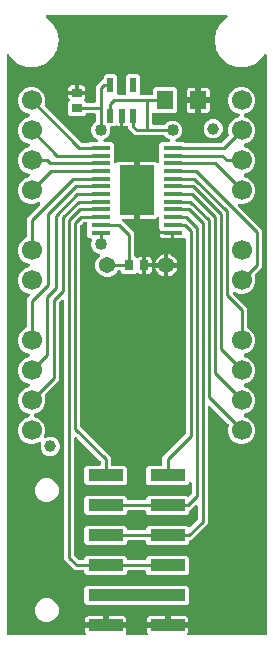
<source format=gbr>
G04 EAGLE Gerber RS-274X export*
G75*
%MOMM*%
%FSLAX34Y34*%
%LPD*%
%INTop Copper*%
%IPPOS*%
%AMOC8*
5,1,8,0,0,1.08239X$1,22.5*%
G01*
%ADD10C,1.700000*%
%ADD11R,0.550000X1.200000*%
%ADD12R,1.400000X1.600000*%
%ADD13R,0.900000X0.700000*%
%ADD14R,0.700000X0.900000*%
%ADD15R,3.000000X1.000000*%
%ADD16R,1.650000X0.400000*%
%ADD17R,3.000000X4.320000*%
%ADD18C,1.371600*%
%ADD19C,1.000000*%
%ADD20C,0.254000*%
%ADD21C,1.016000*%
%ADD22C,1.016000*%

G36*
X70217Y4082D02*
X70217Y4082D01*
X70355Y4095D01*
X70374Y4102D01*
X70393Y4105D01*
X70523Y4156D01*
X70654Y4203D01*
X70671Y4214D01*
X70689Y4222D01*
X70802Y4304D01*
X70917Y4382D01*
X70930Y4397D01*
X70946Y4408D01*
X71036Y4516D01*
X71128Y4620D01*
X71137Y4638D01*
X71149Y4653D01*
X71209Y4780D01*
X71272Y4904D01*
X71276Y4923D01*
X71285Y4941D01*
X71311Y5078D01*
X71341Y5214D01*
X71341Y5234D01*
X71345Y5253D01*
X71336Y5393D01*
X71332Y5532D01*
X71326Y5551D01*
X71325Y5571D01*
X71282Y5703D01*
X71243Y5837D01*
X71233Y5855D01*
X71227Y5873D01*
X71153Y5990D01*
X71150Y5995D01*
X70732Y6719D01*
X70559Y7366D01*
X70559Y10201D01*
X86870Y10201D01*
X86988Y10216D01*
X87107Y10223D01*
X87145Y10235D01*
X87185Y10241D01*
X87296Y10284D01*
X87409Y10321D01*
X87443Y10343D01*
X87481Y10358D01*
X87577Y10427D01*
X87678Y10491D01*
X87706Y10521D01*
X87738Y10544D01*
X87814Y10636D01*
X87896Y10723D01*
X87915Y10758D01*
X87941Y10789D01*
X87992Y10897D01*
X88049Y11001D01*
X88059Y11041D01*
X88077Y11077D01*
X88097Y11184D01*
X88101Y11154D01*
X88145Y11044D01*
X88181Y10931D01*
X88203Y10896D01*
X88218Y10859D01*
X88288Y10762D01*
X88351Y10662D01*
X88381Y10634D01*
X88405Y10601D01*
X88496Y10525D01*
X88583Y10444D01*
X88618Y10424D01*
X88650Y10399D01*
X88757Y10348D01*
X88862Y10290D01*
X88901Y10280D01*
X88937Y10263D01*
X89054Y10241D01*
X89170Y10211D01*
X89230Y10207D01*
X89250Y10203D01*
X89270Y10205D01*
X89330Y10201D01*
X105641Y10201D01*
X105641Y7366D01*
X105468Y6719D01*
X105084Y6054D01*
X105051Y6015D01*
X105042Y5997D01*
X105030Y5981D01*
X104974Y5853D01*
X104915Y5727D01*
X104911Y5707D01*
X104904Y5689D01*
X104882Y5551D01*
X104855Y5414D01*
X104857Y5395D01*
X104853Y5375D01*
X104867Y5236D01*
X104875Y5097D01*
X104881Y5078D01*
X104883Y5058D01*
X104930Y4927D01*
X104973Y4795D01*
X104984Y4778D01*
X104991Y4759D01*
X105069Y4644D01*
X105143Y4526D01*
X105158Y4512D01*
X105169Y4496D01*
X105273Y4404D01*
X105375Y4308D01*
X105392Y4298D01*
X105407Y4285D01*
X105531Y4222D01*
X105653Y4154D01*
X105673Y4149D01*
X105690Y4140D01*
X105827Y4110D01*
X105961Y4075D01*
X105989Y4073D01*
X106001Y4071D01*
X106021Y4071D01*
X106122Y4065D01*
X122398Y4065D01*
X122537Y4082D01*
X122675Y4095D01*
X122694Y4102D01*
X122713Y4105D01*
X122843Y4156D01*
X122974Y4203D01*
X122991Y4214D01*
X123009Y4222D01*
X123122Y4304D01*
X123237Y4382D01*
X123250Y4397D01*
X123266Y4408D01*
X123356Y4516D01*
X123448Y4620D01*
X123457Y4638D01*
X123469Y4653D01*
X123529Y4780D01*
X123592Y4904D01*
X123596Y4923D01*
X123605Y4941D01*
X123631Y5078D01*
X123661Y5214D01*
X123661Y5234D01*
X123665Y5253D01*
X123656Y5393D01*
X123652Y5532D01*
X123646Y5551D01*
X123645Y5571D01*
X123602Y5703D01*
X123563Y5837D01*
X123553Y5855D01*
X123547Y5873D01*
X123473Y5990D01*
X123470Y5995D01*
X123052Y6719D01*
X122879Y7366D01*
X122879Y10201D01*
X139190Y10201D01*
X139308Y10216D01*
X139427Y10223D01*
X139465Y10235D01*
X139505Y10241D01*
X139616Y10284D01*
X139729Y10321D01*
X139763Y10343D01*
X139801Y10358D01*
X139897Y10427D01*
X139998Y10491D01*
X140026Y10521D01*
X140058Y10544D01*
X140134Y10636D01*
X140216Y10723D01*
X140235Y10758D01*
X140261Y10789D01*
X140312Y10897D01*
X140369Y11001D01*
X140379Y11041D01*
X140397Y11077D01*
X140417Y11184D01*
X140421Y11154D01*
X140465Y11044D01*
X140501Y10931D01*
X140523Y10896D01*
X140538Y10859D01*
X140608Y10762D01*
X140671Y10662D01*
X140701Y10634D01*
X140725Y10601D01*
X140816Y10525D01*
X140903Y10444D01*
X140938Y10424D01*
X140970Y10399D01*
X141077Y10348D01*
X141182Y10290D01*
X141221Y10280D01*
X141257Y10263D01*
X141374Y10241D01*
X141490Y10211D01*
X141550Y10207D01*
X141570Y10203D01*
X141590Y10205D01*
X141650Y10201D01*
X157961Y10201D01*
X157961Y7366D01*
X157788Y6719D01*
X157404Y6054D01*
X157371Y6015D01*
X157362Y5997D01*
X157350Y5981D01*
X157294Y5853D01*
X157235Y5727D01*
X157231Y5707D01*
X157224Y5689D01*
X157202Y5551D01*
X157175Y5414D01*
X157177Y5395D01*
X157173Y5375D01*
X157187Y5236D01*
X157195Y5097D01*
X157201Y5078D01*
X157203Y5058D01*
X157250Y4927D01*
X157293Y4795D01*
X157304Y4778D01*
X157311Y4759D01*
X157389Y4644D01*
X157463Y4526D01*
X157478Y4512D01*
X157489Y4496D01*
X157593Y4404D01*
X157695Y4308D01*
X157712Y4298D01*
X157727Y4285D01*
X157851Y4222D01*
X157973Y4154D01*
X157993Y4149D01*
X158010Y4140D01*
X158147Y4110D01*
X158281Y4075D01*
X158309Y4073D01*
X158321Y4071D01*
X158341Y4071D01*
X158442Y4065D01*
X223266Y4065D01*
X223384Y4080D01*
X223503Y4087D01*
X223541Y4100D01*
X223582Y4105D01*
X223692Y4148D01*
X223805Y4185D01*
X223840Y4207D01*
X223877Y4222D01*
X223973Y4291D01*
X224074Y4355D01*
X224102Y4385D01*
X224135Y4408D01*
X224211Y4500D01*
X224292Y4587D01*
X224312Y4622D01*
X224337Y4653D01*
X224388Y4761D01*
X224446Y4865D01*
X224456Y4905D01*
X224473Y4941D01*
X224495Y5058D01*
X224525Y5173D01*
X224529Y5233D01*
X224533Y5253D01*
X224531Y5274D01*
X224535Y5334D01*
X224535Y495003D01*
X224517Y495148D01*
X224502Y495293D01*
X224497Y495306D01*
X224495Y495319D01*
X224442Y495454D01*
X224391Y495591D01*
X224383Y495602D01*
X224378Y495615D01*
X224293Y495732D01*
X224210Y495852D01*
X224199Y495861D01*
X224192Y495872D01*
X224080Y495965D01*
X223969Y496060D01*
X223957Y496066D01*
X223947Y496075D01*
X223815Y496137D01*
X223684Y496202D01*
X223671Y496205D01*
X223659Y496210D01*
X223517Y496238D01*
X223373Y496268D01*
X223360Y496268D01*
X223347Y496270D01*
X223202Y496261D01*
X223056Y496255D01*
X223042Y496251D01*
X223029Y496250D01*
X222891Y496206D01*
X222751Y496163D01*
X222739Y496156D01*
X222727Y496152D01*
X222604Y496075D01*
X222479Y495999D01*
X222469Y495989D01*
X222458Y495982D01*
X222358Y495876D01*
X222256Y495772D01*
X222246Y495757D01*
X222240Y495751D01*
X222232Y495736D01*
X222167Y495638D01*
X220785Y493245D01*
X214678Y488120D01*
X207186Y485393D01*
X199214Y485393D01*
X191722Y488120D01*
X185615Y493244D01*
X181629Y500149D01*
X180245Y508000D01*
X181629Y515851D01*
X185615Y522755D01*
X190785Y527094D01*
X190809Y527120D01*
X190838Y527140D01*
X190917Y527236D01*
X191001Y527327D01*
X191018Y527358D01*
X191041Y527385D01*
X191094Y527498D01*
X191153Y527607D01*
X191161Y527641D01*
X191176Y527673D01*
X191199Y527795D01*
X191230Y527915D01*
X191229Y527951D01*
X191236Y527986D01*
X191228Y528109D01*
X191227Y528233D01*
X191218Y528268D01*
X191216Y528303D01*
X191178Y528421D01*
X191146Y528541D01*
X191129Y528572D01*
X191118Y528605D01*
X191052Y528710D01*
X190991Y528819D01*
X190967Y528844D01*
X190948Y528874D01*
X190858Y528959D01*
X190772Y529049D01*
X190742Y529068D01*
X190716Y529092D01*
X190608Y529152D01*
X190503Y529218D01*
X190469Y529229D01*
X190438Y529246D01*
X190318Y529277D01*
X190200Y529314D01*
X190164Y529316D01*
X190130Y529325D01*
X189969Y529335D01*
X38631Y529335D01*
X38595Y529331D01*
X38560Y529333D01*
X38438Y529311D01*
X38315Y529295D01*
X38282Y529282D01*
X38247Y529276D01*
X38135Y529224D01*
X38019Y529178D01*
X37991Y529158D01*
X37959Y529143D01*
X37862Y529064D01*
X37762Y528992D01*
X37739Y528964D01*
X37712Y528942D01*
X37639Y528842D01*
X37559Y528747D01*
X37544Y528715D01*
X37523Y528686D01*
X37477Y528571D01*
X37424Y528459D01*
X37417Y528424D01*
X37404Y528391D01*
X37387Y528268D01*
X37364Y528147D01*
X37366Y528111D01*
X37361Y528076D01*
X37376Y527953D01*
X37384Y527829D01*
X37395Y527795D01*
X37399Y527760D01*
X37444Y527644D01*
X37482Y527527D01*
X37501Y527497D01*
X37513Y527464D01*
X37586Y527363D01*
X37652Y527258D01*
X37678Y527234D01*
X37698Y527205D01*
X37815Y527094D01*
X42985Y522756D01*
X46971Y515851D01*
X48355Y508000D01*
X46971Y500149D01*
X42985Y493245D01*
X36878Y488120D01*
X29386Y485393D01*
X21414Y485393D01*
X13922Y488120D01*
X7815Y493244D01*
X6433Y495638D01*
X6345Y495754D01*
X6260Y495872D01*
X6249Y495881D01*
X6241Y495891D01*
X6127Y495982D01*
X6015Y496075D01*
X6002Y496081D01*
X5992Y496089D01*
X5858Y496149D01*
X5727Y496210D01*
X5714Y496213D01*
X5701Y496218D01*
X5557Y496243D01*
X5414Y496270D01*
X5401Y496269D01*
X5388Y496272D01*
X5242Y496259D01*
X5097Y496250D01*
X5084Y496246D01*
X5071Y496245D01*
X4933Y496197D01*
X4795Y496152D01*
X4783Y496145D01*
X4770Y496141D01*
X4649Y496060D01*
X4526Y495982D01*
X4517Y495972D01*
X4505Y495965D01*
X4408Y495857D01*
X4308Y495751D01*
X4301Y495739D01*
X4292Y495729D01*
X4225Y495599D01*
X4154Y495472D01*
X4151Y495459D01*
X4145Y495447D01*
X4111Y495304D01*
X4075Y495164D01*
X4074Y495146D01*
X4072Y495137D01*
X4072Y495120D01*
X4065Y495003D01*
X4065Y5334D01*
X4080Y5216D01*
X4087Y5097D01*
X4100Y5059D01*
X4105Y5018D01*
X4148Y4908D01*
X4185Y4795D01*
X4207Y4760D01*
X4222Y4723D01*
X4291Y4627D01*
X4355Y4526D01*
X4385Y4498D01*
X4408Y4465D01*
X4500Y4389D01*
X4587Y4308D01*
X4622Y4288D01*
X4653Y4263D01*
X4761Y4212D01*
X4865Y4154D01*
X4905Y4144D01*
X4941Y4127D01*
X5058Y4105D01*
X5173Y4075D01*
X5233Y4071D01*
X5253Y4067D01*
X5274Y4069D01*
X5334Y4065D01*
X70078Y4065D01*
X70217Y4082D01*
G37*
%LPC*%
G36*
X71837Y55451D02*
X71837Y55451D01*
X70051Y57237D01*
X70051Y57912D01*
X70036Y58030D01*
X70029Y58149D01*
X70016Y58187D01*
X70011Y58228D01*
X69968Y58338D01*
X69931Y58451D01*
X69909Y58486D01*
X69894Y58523D01*
X69825Y58619D01*
X69761Y58720D01*
X69731Y58748D01*
X69708Y58781D01*
X69616Y58857D01*
X69529Y58938D01*
X69494Y58958D01*
X69463Y58983D01*
X69355Y59034D01*
X69251Y59092D01*
X69211Y59102D01*
X69175Y59119D01*
X69058Y59141D01*
X68943Y59171D01*
X68883Y59175D01*
X68863Y59179D01*
X68842Y59177D01*
X68782Y59181D01*
X61711Y59181D01*
X52831Y68061D01*
X52831Y287499D01*
X52814Y287637D01*
X52801Y287776D01*
X52794Y287795D01*
X52791Y287815D01*
X52740Y287944D01*
X52693Y288075D01*
X52682Y288092D01*
X52674Y288111D01*
X52593Y288223D01*
X52515Y288338D01*
X52499Y288352D01*
X52488Y288368D01*
X52380Y288457D01*
X52276Y288549D01*
X52258Y288558D01*
X52243Y288571D01*
X52117Y288630D01*
X51993Y288693D01*
X51973Y288698D01*
X51955Y288706D01*
X51818Y288732D01*
X51683Y288763D01*
X51662Y288762D01*
X51643Y288766D01*
X51504Y288757D01*
X51365Y288753D01*
X51345Y288748D01*
X51325Y288746D01*
X51193Y288704D01*
X51059Y288665D01*
X51042Y288655D01*
X51023Y288648D01*
X50905Y288574D01*
X50785Y288503D01*
X50764Y288485D01*
X50754Y288478D01*
X50740Y288463D01*
X50665Y288397D01*
X49140Y286873D01*
X49080Y286795D01*
X49012Y286722D01*
X48983Y286669D01*
X48946Y286622D01*
X48906Y286531D01*
X48858Y286444D01*
X48843Y286385D01*
X48819Y286330D01*
X48804Y286232D01*
X48779Y286136D01*
X48773Y286036D01*
X48769Y286016D01*
X48771Y286003D01*
X48769Y285975D01*
X48769Y220461D01*
X36628Y208320D01*
X36609Y208297D01*
X36587Y208277D01*
X36512Y208171D01*
X36433Y208069D01*
X36421Y208042D01*
X36404Y208017D01*
X36358Y207896D01*
X36306Y207777D01*
X36302Y207748D01*
X36291Y207720D01*
X36277Y207591D01*
X36256Y207463D01*
X36259Y207433D01*
X36256Y207404D01*
X36274Y207276D01*
X36286Y207146D01*
X36296Y207118D01*
X36300Y207089D01*
X36352Y206937D01*
X36949Y205497D01*
X36949Y200903D01*
X35191Y196658D01*
X31942Y193409D01*
X27749Y191673D01*
X27628Y191604D01*
X27505Y191539D01*
X27490Y191525D01*
X27473Y191515D01*
X27373Y191418D01*
X27270Y191325D01*
X27259Y191308D01*
X27244Y191294D01*
X27171Y191175D01*
X27095Y191059D01*
X27088Y191040D01*
X27078Y191023D01*
X27037Y190890D01*
X26992Y190758D01*
X26990Y190738D01*
X26984Y190719D01*
X26978Y190580D01*
X26967Y190441D01*
X26970Y190421D01*
X26969Y190401D01*
X26997Y190265D01*
X27021Y190128D01*
X27029Y190109D01*
X27033Y190090D01*
X27095Y189964D01*
X27152Y189838D01*
X27164Y189822D01*
X27173Y189804D01*
X27264Y189698D01*
X27350Y189590D01*
X27366Y189577D01*
X27379Y189562D01*
X27493Y189482D01*
X27604Y189398D01*
X27629Y189386D01*
X27639Y189379D01*
X27659Y189372D01*
X27749Y189327D01*
X31942Y187591D01*
X35191Y184342D01*
X36949Y180097D01*
X36949Y175503D01*
X35898Y172967D01*
X35862Y172833D01*
X35821Y172700D01*
X35820Y172679D01*
X35814Y172660D01*
X35812Y172520D01*
X35805Y172382D01*
X35810Y172362D01*
X35809Y172342D01*
X35842Y172206D01*
X35870Y172071D01*
X35879Y172052D01*
X35883Y172033D01*
X35948Y171910D01*
X36009Y171785D01*
X36023Y171769D01*
X36032Y171752D01*
X36126Y171649D01*
X36216Y171543D01*
X36232Y171531D01*
X36246Y171516D01*
X36362Y171440D01*
X36476Y171360D01*
X36495Y171353D01*
X36512Y171341D01*
X36643Y171296D01*
X36773Y171247D01*
X36793Y171245D01*
X36813Y171238D01*
X36951Y171227D01*
X37089Y171212D01*
X37109Y171215D01*
X37130Y171213D01*
X37267Y171237D01*
X37404Y171256D01*
X37431Y171265D01*
X37443Y171267D01*
X37462Y171276D01*
X37557Y171308D01*
X39547Y172133D01*
X42749Y172133D01*
X45707Y170907D01*
X47971Y168643D01*
X49197Y165685D01*
X49197Y162483D01*
X47971Y159525D01*
X45707Y157261D01*
X42749Y156035D01*
X39547Y156035D01*
X36589Y157261D01*
X34325Y159525D01*
X33099Y162483D01*
X33099Y165685D01*
X33329Y166239D01*
X33365Y166373D01*
X33406Y166506D01*
X33407Y166526D01*
X33413Y166545D01*
X33415Y166685D01*
X33421Y166823D01*
X33417Y166843D01*
X33418Y166863D01*
X33385Y166999D01*
X33357Y167135D01*
X33348Y167153D01*
X33343Y167173D01*
X33279Y167295D01*
X33217Y167420D01*
X33204Y167436D01*
X33195Y167454D01*
X33101Y167557D01*
X33011Y167662D01*
X32994Y167674D01*
X32981Y167689D01*
X32865Y167765D01*
X32751Y167845D01*
X32732Y167853D01*
X32715Y167864D01*
X32583Y167909D01*
X32454Y167958D01*
X32433Y167960D01*
X32414Y167967D01*
X32276Y167978D01*
X32137Y167993D01*
X32117Y167991D01*
X32097Y167992D01*
X31960Y167968D01*
X31823Y167949D01*
X31796Y167940D01*
X31784Y167938D01*
X31765Y167929D01*
X31670Y167897D01*
X27697Y166251D01*
X23103Y166251D01*
X18858Y168009D01*
X15609Y171258D01*
X13851Y175503D01*
X13851Y180097D01*
X15609Y184342D01*
X18858Y187591D01*
X23051Y189327D01*
X23172Y189396D01*
X23295Y189461D01*
X23310Y189475D01*
X23327Y189485D01*
X23427Y189582D01*
X23530Y189675D01*
X23541Y189692D01*
X23556Y189706D01*
X23628Y189824D01*
X23705Y189941D01*
X23712Y189960D01*
X23722Y189977D01*
X23763Y190110D01*
X23808Y190242D01*
X23810Y190262D01*
X23816Y190281D01*
X23822Y190420D01*
X23833Y190559D01*
X23830Y190579D01*
X23831Y190599D01*
X23803Y190735D01*
X23779Y190872D01*
X23771Y190890D01*
X23767Y190910D01*
X23705Y191036D01*
X23648Y191162D01*
X23636Y191178D01*
X23627Y191196D01*
X23536Y191302D01*
X23450Y191410D01*
X23434Y191423D01*
X23421Y191438D01*
X23307Y191518D01*
X23196Y191602D01*
X23171Y191614D01*
X23161Y191621D01*
X23141Y191628D01*
X23051Y191673D01*
X18858Y193409D01*
X15609Y196658D01*
X13851Y200903D01*
X13851Y205497D01*
X15609Y209742D01*
X18858Y212991D01*
X23051Y214727D01*
X23172Y214796D01*
X23295Y214861D01*
X23310Y214875D01*
X23327Y214885D01*
X23427Y214982D01*
X23530Y215075D01*
X23541Y215092D01*
X23556Y215106D01*
X23628Y215224D01*
X23705Y215341D01*
X23712Y215360D01*
X23722Y215377D01*
X23763Y215510D01*
X23808Y215642D01*
X23810Y215662D01*
X23816Y215681D01*
X23822Y215820D01*
X23833Y215959D01*
X23830Y215979D01*
X23831Y215999D01*
X23803Y216135D01*
X23779Y216272D01*
X23771Y216290D01*
X23767Y216310D01*
X23705Y216436D01*
X23648Y216562D01*
X23636Y216578D01*
X23627Y216596D01*
X23536Y216702D01*
X23450Y216810D01*
X23434Y216823D01*
X23421Y216838D01*
X23307Y216918D01*
X23196Y217002D01*
X23171Y217014D01*
X23161Y217021D01*
X23141Y217028D01*
X23051Y217073D01*
X18858Y218809D01*
X15609Y222058D01*
X13851Y226303D01*
X13851Y230897D01*
X15609Y235142D01*
X18858Y238391D01*
X23051Y240127D01*
X23172Y240196D01*
X23295Y240261D01*
X23310Y240275D01*
X23327Y240285D01*
X23427Y240382D01*
X23530Y240475D01*
X23541Y240492D01*
X23556Y240506D01*
X23628Y240624D01*
X23705Y240741D01*
X23712Y240760D01*
X23722Y240777D01*
X23763Y240910D01*
X23808Y241042D01*
X23810Y241062D01*
X23816Y241081D01*
X23822Y241220D01*
X23833Y241359D01*
X23830Y241379D01*
X23831Y241399D01*
X23803Y241535D01*
X23779Y241672D01*
X23771Y241690D01*
X23767Y241710D01*
X23705Y241836D01*
X23648Y241962D01*
X23636Y241978D01*
X23627Y241996D01*
X23536Y242102D01*
X23450Y242210D01*
X23434Y242223D01*
X23421Y242238D01*
X23307Y242318D01*
X23196Y242402D01*
X23171Y242414D01*
X23161Y242421D01*
X23141Y242428D01*
X23051Y242473D01*
X18858Y244209D01*
X15609Y247458D01*
X13851Y251703D01*
X13851Y256297D01*
X15609Y260542D01*
X18858Y263791D01*
X20298Y264387D01*
X20323Y264401D01*
X20351Y264411D01*
X20461Y264480D01*
X20574Y264544D01*
X20595Y264565D01*
X20620Y264581D01*
X20709Y264675D01*
X20802Y264766D01*
X20818Y264791D01*
X20838Y264812D01*
X20901Y264926D01*
X20969Y265037D01*
X20977Y265065D01*
X20992Y265091D01*
X21024Y265216D01*
X21062Y265341D01*
X21064Y265370D01*
X21071Y265399D01*
X21081Y265559D01*
X21081Y288809D01*
X23471Y291199D01*
X23502Y291238D01*
X23539Y291272D01*
X23599Y291363D01*
X23666Y291450D01*
X23686Y291496D01*
X23713Y291537D01*
X23749Y291641D01*
X23793Y291742D01*
X23800Y291791D01*
X23817Y291838D01*
X23825Y291948D01*
X23843Y292056D01*
X23838Y292106D01*
X23842Y292155D01*
X23823Y292263D01*
X23813Y292373D01*
X23796Y292420D01*
X23787Y292469D01*
X23742Y292569D01*
X23705Y292672D01*
X23677Y292713D01*
X23657Y292759D01*
X23588Y292844D01*
X23527Y292935D01*
X23489Y292968D01*
X23458Y293007D01*
X23371Y293073D01*
X23288Y293146D01*
X23244Y293168D01*
X23204Y293198D01*
X23060Y293269D01*
X18858Y295009D01*
X15609Y298258D01*
X13851Y302503D01*
X13851Y307097D01*
X15609Y311342D01*
X18858Y314591D01*
X23051Y316327D01*
X23172Y316396D01*
X23295Y316461D01*
X23310Y316475D01*
X23327Y316485D01*
X23427Y316582D01*
X23530Y316675D01*
X23541Y316692D01*
X23556Y316706D01*
X23628Y316824D01*
X23705Y316941D01*
X23712Y316960D01*
X23722Y316977D01*
X23763Y317110D01*
X23808Y317242D01*
X23810Y317262D01*
X23816Y317281D01*
X23822Y317420D01*
X23833Y317559D01*
X23830Y317579D01*
X23831Y317599D01*
X23803Y317735D01*
X23779Y317872D01*
X23771Y317890D01*
X23767Y317910D01*
X23705Y318036D01*
X23648Y318162D01*
X23636Y318178D01*
X23627Y318196D01*
X23536Y318302D01*
X23450Y318410D01*
X23434Y318423D01*
X23421Y318438D01*
X23307Y318518D01*
X23196Y318602D01*
X23171Y318614D01*
X23161Y318621D01*
X23141Y318628D01*
X23051Y318673D01*
X18858Y320409D01*
X15609Y323658D01*
X13851Y327903D01*
X13851Y332497D01*
X15609Y336742D01*
X18858Y339991D01*
X20298Y340587D01*
X20323Y340601D01*
X20351Y340611D01*
X20461Y340680D01*
X20574Y340744D01*
X20595Y340765D01*
X20620Y340781D01*
X20709Y340875D01*
X20802Y340966D01*
X20818Y340991D01*
X20838Y341012D01*
X20901Y341126D01*
X20969Y341237D01*
X20977Y341265D01*
X20992Y341291D01*
X21024Y341416D01*
X21062Y341541D01*
X21064Y341570D01*
X21071Y341599D01*
X21081Y341759D01*
X21081Y357389D01*
X23983Y360290D01*
X32483Y368790D01*
X32526Y368846D01*
X32576Y368894D01*
X32623Y368971D01*
X32678Y369042D01*
X32706Y369106D01*
X32742Y369165D01*
X32768Y369251D01*
X32804Y369334D01*
X32815Y369403D01*
X32836Y369469D01*
X32840Y369559D01*
X32854Y369648D01*
X32847Y369717D01*
X32851Y369787D01*
X32833Y369875D01*
X32824Y369964D01*
X32801Y370030D01*
X32786Y370098D01*
X32747Y370179D01*
X32717Y370264D01*
X32677Y370321D01*
X32647Y370384D01*
X32588Y370452D01*
X32538Y370527D01*
X32486Y370573D01*
X32440Y370626D01*
X32367Y370678D01*
X32300Y370737D01*
X32237Y370769D01*
X32180Y370809D01*
X32096Y370841D01*
X32016Y370882D01*
X31948Y370897D01*
X31883Y370922D01*
X31794Y370932D01*
X31706Y370951D01*
X31636Y370949D01*
X31567Y370957D01*
X31478Y370945D01*
X31388Y370942D01*
X31321Y370922D01*
X31252Y370913D01*
X31100Y370861D01*
X27697Y369451D01*
X23103Y369451D01*
X18858Y371209D01*
X15609Y374458D01*
X13851Y378703D01*
X13851Y383297D01*
X15609Y387542D01*
X18858Y390791D01*
X23051Y392527D01*
X23172Y392596D01*
X23295Y392661D01*
X23310Y392675D01*
X23327Y392685D01*
X23427Y392782D01*
X23530Y392875D01*
X23541Y392892D01*
X23556Y392906D01*
X23628Y393024D01*
X23705Y393141D01*
X23712Y393160D01*
X23722Y393177D01*
X23763Y393310D01*
X23808Y393442D01*
X23810Y393462D01*
X23816Y393481D01*
X23822Y393620D01*
X23833Y393759D01*
X23830Y393779D01*
X23831Y393799D01*
X23803Y393935D01*
X23779Y394072D01*
X23771Y394090D01*
X23767Y394110D01*
X23705Y394236D01*
X23648Y394362D01*
X23636Y394378D01*
X23627Y394396D01*
X23536Y394502D01*
X23450Y394610D01*
X23434Y394623D01*
X23421Y394638D01*
X23307Y394718D01*
X23196Y394802D01*
X23171Y394814D01*
X23161Y394821D01*
X23141Y394828D01*
X23051Y394873D01*
X18858Y396609D01*
X15609Y399858D01*
X13851Y404103D01*
X13851Y408697D01*
X15609Y412942D01*
X18858Y416191D01*
X23051Y417927D01*
X23172Y417996D01*
X23295Y418061D01*
X23310Y418075D01*
X23327Y418085D01*
X23427Y418182D01*
X23530Y418275D01*
X23541Y418292D01*
X23556Y418306D01*
X23628Y418424D01*
X23705Y418541D01*
X23712Y418560D01*
X23722Y418577D01*
X23763Y418710D01*
X23808Y418842D01*
X23810Y418862D01*
X23816Y418881D01*
X23822Y419020D01*
X23833Y419159D01*
X23830Y419179D01*
X23831Y419199D01*
X23803Y419335D01*
X23779Y419472D01*
X23771Y419490D01*
X23767Y419510D01*
X23705Y419636D01*
X23648Y419762D01*
X23636Y419778D01*
X23627Y419796D01*
X23536Y419902D01*
X23450Y420010D01*
X23434Y420023D01*
X23421Y420038D01*
X23312Y420114D01*
X23290Y420136D01*
X23267Y420148D01*
X23196Y420202D01*
X23171Y420214D01*
X23161Y420221D01*
X23141Y420228D01*
X23051Y420273D01*
X18858Y422009D01*
X15609Y425258D01*
X13851Y429503D01*
X13851Y434097D01*
X15609Y438342D01*
X18858Y441591D01*
X23051Y443327D01*
X23110Y443361D01*
X23163Y443382D01*
X23212Y443418D01*
X23295Y443461D01*
X23310Y443475D01*
X23327Y443485D01*
X23395Y443550D01*
X23421Y443569D01*
X23443Y443596D01*
X23530Y443675D01*
X23541Y443692D01*
X23556Y443706D01*
X23617Y443806D01*
X23624Y443814D01*
X23629Y443825D01*
X23705Y443941D01*
X23712Y443960D01*
X23722Y443977D01*
X23763Y444110D01*
X23808Y444242D01*
X23810Y444262D01*
X23816Y444281D01*
X23822Y444420D01*
X23833Y444559D01*
X23830Y444579D01*
X23831Y444599D01*
X23803Y444735D01*
X23779Y444872D01*
X23771Y444890D01*
X23767Y444910D01*
X23705Y445036D01*
X23648Y445162D01*
X23636Y445178D01*
X23627Y445196D01*
X23536Y445302D01*
X23450Y445410D01*
X23434Y445423D01*
X23421Y445438D01*
X23307Y445518D01*
X23196Y445602D01*
X23171Y445614D01*
X23161Y445621D01*
X23141Y445628D01*
X23051Y445673D01*
X18858Y447409D01*
X15609Y450658D01*
X13851Y454903D01*
X13851Y459497D01*
X15609Y463742D01*
X18858Y466991D01*
X23103Y468749D01*
X27697Y468749D01*
X31942Y466991D01*
X35191Y463742D01*
X36949Y459497D01*
X36949Y454903D01*
X36352Y453463D01*
X36345Y453435D01*
X36331Y453408D01*
X36303Y453282D01*
X36269Y453156D01*
X36268Y453127D01*
X36262Y453098D01*
X36266Y452968D01*
X36263Y452839D01*
X36270Y452810D01*
X36271Y452780D01*
X36307Y452656D01*
X36338Y452529D01*
X36351Y452503D01*
X36360Y452475D01*
X36426Y452363D01*
X36486Y452248D01*
X36506Y452226D01*
X36521Y452201D01*
X36628Y452080D01*
X67267Y421440D01*
X67345Y421380D01*
X67418Y421312D01*
X67471Y421283D01*
X67518Y421246D01*
X67609Y421206D01*
X67696Y421158D01*
X67755Y421143D01*
X67810Y421119D01*
X67908Y421104D01*
X68004Y421079D01*
X68104Y421073D01*
X68124Y421069D01*
X68137Y421071D01*
X68165Y421069D01*
X73031Y421069D01*
X73130Y421081D01*
X73229Y421084D01*
X73287Y421101D01*
X73347Y421109D01*
X73439Y421145D01*
X73534Y421173D01*
X73586Y421203D01*
X73643Y421226D01*
X73723Y421284D01*
X73808Y421334D01*
X73883Y421400D01*
X73900Y421412D01*
X73908Y421422D01*
X73929Y421440D01*
X74287Y421799D01*
X80275Y421799D01*
X80344Y421807D01*
X80414Y421806D01*
X80501Y421827D01*
X80590Y421839D01*
X80655Y421864D01*
X80723Y421881D01*
X80802Y421923D01*
X80886Y421956D01*
X80942Y421997D01*
X81004Y422029D01*
X81071Y422090D01*
X81143Y422142D01*
X81188Y422196D01*
X81239Y422243D01*
X81289Y422318D01*
X81346Y422387D01*
X81376Y422451D01*
X81414Y422509D01*
X81443Y422594D01*
X81481Y422675D01*
X81495Y422744D01*
X81517Y422810D01*
X81524Y422899D01*
X81541Y422987D01*
X81537Y423057D01*
X81542Y423127D01*
X81527Y423215D01*
X81522Y423305D01*
X81500Y423371D01*
X81488Y423440D01*
X81451Y423522D01*
X81423Y423607D01*
X81386Y423666D01*
X81357Y423730D01*
X81301Y423800D01*
X81253Y423876D01*
X81203Y423924D01*
X81159Y423978D01*
X81087Y424033D01*
X81022Y424094D01*
X80961Y424128D01*
X80905Y424170D01*
X80760Y424241D01*
X79195Y424889D01*
X76909Y427175D01*
X75671Y430163D01*
X75671Y433397D01*
X76909Y436385D01*
X79110Y438585D01*
X79170Y438664D01*
X79238Y438736D01*
X79267Y438789D01*
X79304Y438837D01*
X79344Y438928D01*
X79392Y439014D01*
X79407Y439073D01*
X79431Y439128D01*
X79446Y439226D01*
X79471Y439322D01*
X79477Y439422D01*
X79481Y439442D01*
X79479Y439455D01*
X79481Y439483D01*
X79481Y445112D01*
X79466Y445230D01*
X79459Y445349D01*
X79446Y445387D01*
X79441Y445428D01*
X79398Y445538D01*
X79361Y445651D01*
X79339Y445686D01*
X79324Y445723D01*
X79255Y445819D01*
X79191Y445920D01*
X79161Y445948D01*
X79138Y445981D01*
X79046Y446057D01*
X78959Y446138D01*
X78924Y446158D01*
X78893Y446183D01*
X78785Y446234D01*
X78681Y446292D01*
X78641Y446302D01*
X78605Y446319D01*
X78488Y446341D01*
X78373Y446371D01*
X78313Y446375D01*
X78293Y446379D01*
X78272Y446377D01*
X78212Y446381D01*
X72019Y446381D01*
X71920Y446369D01*
X71821Y446366D01*
X71763Y446349D01*
X71703Y446341D01*
X71611Y446305D01*
X71516Y446277D01*
X71464Y446247D01*
X71407Y446224D01*
X71327Y446166D01*
X71242Y446116D01*
X71167Y446050D01*
X71150Y446038D01*
X71142Y446028D01*
X71121Y446010D01*
X69263Y444151D01*
X57737Y444151D01*
X55951Y445937D01*
X55951Y455463D01*
X57150Y456662D01*
X57223Y456756D01*
X57302Y456845D01*
X57320Y456881D01*
X57345Y456913D01*
X57392Y457022D01*
X57447Y457128D01*
X57455Y457168D01*
X57471Y457205D01*
X57490Y457323D01*
X57516Y457439D01*
X57515Y457479D01*
X57521Y457519D01*
X57510Y457638D01*
X57507Y457756D01*
X57495Y457795D01*
X57491Y457836D01*
X57451Y457948D01*
X57418Y458062D01*
X57398Y458097D01*
X57384Y458135D01*
X57317Y458233D01*
X57257Y458336D01*
X57217Y458381D01*
X57205Y458398D01*
X57190Y458411D01*
X57150Y458457D01*
X56967Y458640D01*
X56632Y459219D01*
X56459Y459866D01*
X56459Y461951D01*
X63020Y461951D01*
X63138Y461966D01*
X63257Y461973D01*
X63295Y461985D01*
X63335Y461991D01*
X63446Y462034D01*
X63494Y462050D01*
X63512Y462040D01*
X63551Y462030D01*
X63587Y462013D01*
X63704Y461991D01*
X63820Y461961D01*
X63880Y461957D01*
X63900Y461953D01*
X63920Y461955D01*
X63980Y461951D01*
X70541Y461951D01*
X70541Y459866D01*
X70368Y459219D01*
X70033Y458640D01*
X69850Y458457D01*
X69777Y458363D01*
X69698Y458273D01*
X69680Y458237D01*
X69655Y458205D01*
X69608Y458096D01*
X69553Y457990D01*
X69545Y457951D01*
X69529Y457914D01*
X69510Y457796D01*
X69484Y457680D01*
X69485Y457640D01*
X69479Y457599D01*
X69490Y457481D01*
X69493Y457362D01*
X69505Y457323D01*
X69509Y457283D01*
X69549Y457171D01*
X69582Y457056D01*
X69602Y457022D01*
X69616Y456984D01*
X69683Y456885D01*
X69743Y456783D01*
X69783Y456737D01*
X69795Y456720D01*
X69810Y456707D01*
X69850Y456662D01*
X71121Y455390D01*
X71199Y455330D01*
X71271Y455262D01*
X71324Y455233D01*
X71372Y455196D01*
X71463Y455156D01*
X71550Y455108D01*
X71608Y455093D01*
X71664Y455069D01*
X71762Y455054D01*
X71858Y455029D01*
X71958Y455023D01*
X71978Y455019D01*
X71991Y455021D01*
X72019Y455019D01*
X78212Y455019D01*
X78330Y455034D01*
X78449Y455041D01*
X78487Y455054D01*
X78528Y455059D01*
X78638Y455102D01*
X78751Y455139D01*
X78786Y455161D01*
X78823Y455176D01*
X78919Y455245D01*
X79020Y455309D01*
X79048Y455339D01*
X79081Y455362D01*
X79157Y455454D01*
X79238Y455541D01*
X79258Y455576D01*
X79283Y455607D01*
X79334Y455715D01*
X79392Y455819D01*
X79402Y455859D01*
X79419Y455895D01*
X79441Y456012D01*
X79471Y456127D01*
X79475Y456187D01*
X79479Y456207D01*
X79477Y456228D01*
X79481Y456288D01*
X79481Y469129D01*
X84872Y474520D01*
X85032Y474520D01*
X85150Y474535D01*
X85269Y474542D01*
X85307Y474555D01*
X85348Y474560D01*
X85458Y474603D01*
X85571Y474640D01*
X85606Y474662D01*
X85643Y474677D01*
X85739Y474746D01*
X85840Y474810D01*
X85868Y474840D01*
X85901Y474863D01*
X85977Y474955D01*
X86058Y475042D01*
X86078Y475077D01*
X86103Y475108D01*
X86154Y475216D01*
X86212Y475320D01*
X86222Y475360D01*
X86239Y475396D01*
X86261Y475513D01*
X86291Y475628D01*
X86295Y475688D01*
X86299Y475708D01*
X86297Y475729D01*
X86301Y475789D01*
X86301Y477464D01*
X88087Y479250D01*
X96113Y479250D01*
X97899Y477464D01*
X97899Y462788D01*
X97914Y462670D01*
X97921Y462551D01*
X97934Y462513D01*
X97939Y462472D01*
X97982Y462362D01*
X98019Y462249D01*
X98041Y462214D01*
X98056Y462177D01*
X98125Y462081D01*
X98189Y461980D01*
X98219Y461952D01*
X98242Y461919D01*
X98334Y461843D01*
X98421Y461762D01*
X98456Y461742D01*
X98487Y461717D01*
X98595Y461666D01*
X98699Y461608D01*
X98739Y461598D01*
X98775Y461581D01*
X98892Y461559D01*
X99007Y461529D01*
X99067Y461525D01*
X99087Y461521D01*
X99108Y461523D01*
X99168Y461519D01*
X104032Y461519D01*
X104150Y461534D01*
X104269Y461541D01*
X104307Y461554D01*
X104348Y461559D01*
X104458Y461602D01*
X104571Y461639D01*
X104606Y461661D01*
X104643Y461676D01*
X104739Y461745D01*
X104840Y461809D01*
X104868Y461839D01*
X104901Y461862D01*
X104977Y461954D01*
X105058Y462041D01*
X105078Y462076D01*
X105103Y462107D01*
X105154Y462215D01*
X105212Y462319D01*
X105222Y462359D01*
X105239Y462395D01*
X105261Y462512D01*
X105291Y462627D01*
X105295Y462687D01*
X105299Y462707D01*
X105297Y462728D01*
X105301Y462788D01*
X105301Y477464D01*
X107087Y479250D01*
X115113Y479250D01*
X116899Y477464D01*
X116899Y462788D01*
X116914Y462670D01*
X116921Y462551D01*
X116934Y462513D01*
X116939Y462472D01*
X116982Y462362D01*
X117019Y462249D01*
X117041Y462214D01*
X117056Y462177D01*
X117125Y462081D01*
X117189Y461980D01*
X117219Y461952D01*
X117242Y461919D01*
X117334Y461843D01*
X117421Y461762D01*
X117456Y461742D01*
X117487Y461717D01*
X117595Y461666D01*
X117699Y461608D01*
X117739Y461598D01*
X117775Y461581D01*
X117892Y461559D01*
X118007Y461529D01*
X118067Y461525D01*
X118087Y461521D01*
X118108Y461523D01*
X118168Y461519D01*
X127082Y461519D01*
X127200Y461534D01*
X127319Y461541D01*
X127357Y461554D01*
X127398Y461559D01*
X127508Y461602D01*
X127621Y461639D01*
X127656Y461661D01*
X127693Y461676D01*
X127789Y461745D01*
X127890Y461809D01*
X127918Y461839D01*
X127951Y461862D01*
X128027Y461954D01*
X128108Y462041D01*
X128128Y462076D01*
X128153Y462107D01*
X128204Y462215D01*
X128262Y462319D01*
X128272Y462359D01*
X128289Y462395D01*
X128311Y462512D01*
X128341Y462627D01*
X128345Y462687D01*
X128349Y462707D01*
X128347Y462728D01*
X128351Y462788D01*
X128351Y466463D01*
X130137Y468249D01*
X146663Y468249D01*
X148449Y466463D01*
X148449Y447937D01*
X146663Y446151D01*
X130137Y446151D01*
X129675Y446613D01*
X129566Y446698D01*
X129459Y446787D01*
X129440Y446795D01*
X129424Y446808D01*
X129296Y446863D01*
X129171Y446922D01*
X129151Y446926D01*
X129132Y446934D01*
X128994Y446956D01*
X128858Y446982D01*
X128838Y446981D01*
X128818Y446984D01*
X128679Y446971D01*
X128541Y446962D01*
X128522Y446956D01*
X128502Y446954D01*
X128371Y446907D01*
X128239Y446864D01*
X128221Y446854D01*
X128202Y446847D01*
X128088Y446769D01*
X127970Y446694D01*
X127956Y446679D01*
X127939Y446668D01*
X127847Y446564D01*
X127752Y446463D01*
X127742Y446445D01*
X127729Y446430D01*
X127666Y446306D01*
X127598Y446184D01*
X127593Y446164D01*
X127584Y446146D01*
X127554Y446011D01*
X127519Y445876D01*
X127517Y445848D01*
X127514Y445836D01*
X127515Y445816D01*
X127509Y445715D01*
X127509Y437388D01*
X127524Y437270D01*
X127531Y437151D01*
X127544Y437113D01*
X127549Y437072D01*
X127592Y436962D01*
X127629Y436849D01*
X127651Y436814D01*
X127666Y436777D01*
X127735Y436681D01*
X127799Y436580D01*
X127829Y436552D01*
X127852Y436519D01*
X127944Y436443D01*
X128031Y436362D01*
X128066Y436342D01*
X128097Y436317D01*
X128205Y436266D01*
X128309Y436208D01*
X128349Y436198D01*
X128385Y436181D01*
X128502Y436159D01*
X128617Y436129D01*
X128677Y436125D01*
X128697Y436121D01*
X128718Y436123D01*
X128778Y436119D01*
X137077Y436119D01*
X137175Y436131D01*
X137274Y436134D01*
X137333Y436151D01*
X137393Y436159D01*
X137485Y436195D01*
X137580Y436223D01*
X137632Y436253D01*
X137688Y436276D01*
X137768Y436334D01*
X137854Y436384D01*
X137929Y436450D01*
X137946Y436462D01*
X137954Y436472D01*
X137975Y436490D01*
X140175Y438691D01*
X143163Y439929D01*
X146397Y439929D01*
X149385Y438691D01*
X151671Y436405D01*
X152909Y433417D01*
X152909Y430183D01*
X151671Y427195D01*
X149385Y424909D01*
X147771Y424241D01*
X147711Y424206D01*
X147646Y424180D01*
X147573Y424128D01*
X147495Y424083D01*
X147445Y424035D01*
X147389Y423994D01*
X147331Y423924D01*
X147267Y423862D01*
X147230Y423802D01*
X147186Y423749D01*
X147147Y423667D01*
X147101Y423591D01*
X147080Y423524D01*
X147050Y423461D01*
X147033Y423373D01*
X147007Y423287D01*
X147004Y423217D01*
X146990Y423148D01*
X146996Y423059D01*
X146992Y422969D01*
X147006Y422901D01*
X147010Y422831D01*
X147038Y422746D01*
X147056Y422658D01*
X147087Y422595D01*
X147108Y422529D01*
X147156Y422453D01*
X147196Y422372D01*
X147241Y422319D01*
X147278Y422260D01*
X147344Y422198D01*
X147402Y422130D01*
X147459Y422090D01*
X147510Y422042D01*
X147589Y421999D01*
X147662Y421947D01*
X147727Y421922D01*
X147789Y421888D01*
X147875Y421866D01*
X147960Y421834D01*
X148029Y421826D01*
X148096Y421809D01*
X148257Y421799D01*
X154313Y421799D01*
X154671Y421440D01*
X154749Y421380D01*
X154821Y421312D01*
X154874Y421283D01*
X154922Y421246D01*
X155013Y421206D01*
X155100Y421158D01*
X155159Y421143D01*
X155214Y421119D01*
X155312Y421104D01*
X155408Y421079D01*
X155508Y421073D01*
X155528Y421069D01*
X155541Y421071D01*
X155569Y421069D01*
X185835Y421069D01*
X185934Y421081D01*
X186033Y421084D01*
X186091Y421101D01*
X186151Y421109D01*
X186243Y421145D01*
X186338Y421173D01*
X186390Y421203D01*
X186447Y421226D01*
X186527Y421284D01*
X186612Y421334D01*
X186687Y421400D01*
X186704Y421412D01*
X186712Y421422D01*
X186733Y421440D01*
X191972Y426680D01*
X191991Y426703D01*
X192013Y426723D01*
X192088Y426829D01*
X192167Y426931D01*
X192179Y426958D01*
X192196Y426983D01*
X192242Y427104D01*
X192294Y427223D01*
X192298Y427252D01*
X192309Y427280D01*
X192323Y427409D01*
X192344Y427537D01*
X192341Y427567D01*
X192344Y427596D01*
X192326Y427724D01*
X192314Y427854D01*
X192304Y427882D01*
X192300Y427911D01*
X192248Y428063D01*
X191651Y429503D01*
X191651Y434097D01*
X193409Y438342D01*
X196658Y441591D01*
X200851Y443327D01*
X200910Y443361D01*
X200963Y443382D01*
X201012Y443417D01*
X201095Y443461D01*
X201110Y443475D01*
X201128Y443485D01*
X201195Y443550D01*
X201221Y443569D01*
X201243Y443596D01*
X201330Y443675D01*
X201341Y443692D01*
X201356Y443706D01*
X201417Y443807D01*
X201424Y443814D01*
X201429Y443825D01*
X201505Y443941D01*
X201512Y443960D01*
X201522Y443977D01*
X201563Y444110D01*
X201608Y444242D01*
X201610Y444262D01*
X201616Y444281D01*
X201622Y444420D01*
X201633Y444559D01*
X201630Y444579D01*
X201631Y444599D01*
X201603Y444735D01*
X201579Y444872D01*
X201571Y444891D01*
X201567Y444910D01*
X201505Y445036D01*
X201448Y445162D01*
X201436Y445178D01*
X201427Y445196D01*
X201336Y445302D01*
X201250Y445410D01*
X201234Y445423D01*
X201221Y445438D01*
X201107Y445518D01*
X200996Y445602D01*
X200971Y445614D01*
X200961Y445621D01*
X200941Y445628D01*
X200851Y445673D01*
X196658Y447409D01*
X193409Y450658D01*
X191651Y454903D01*
X191651Y459497D01*
X193409Y463742D01*
X196658Y466991D01*
X200903Y468749D01*
X205497Y468749D01*
X209742Y466991D01*
X212991Y463742D01*
X214749Y459497D01*
X214749Y454903D01*
X212991Y450658D01*
X209742Y447409D01*
X205549Y445673D01*
X205428Y445604D01*
X205305Y445539D01*
X205290Y445525D01*
X205272Y445515D01*
X205173Y445418D01*
X205070Y445325D01*
X205059Y445308D01*
X205044Y445294D01*
X204971Y445175D01*
X204895Y445059D01*
X204888Y445040D01*
X204878Y445023D01*
X204837Y444890D01*
X204792Y444758D01*
X204790Y444738D01*
X204784Y444719D01*
X204778Y444580D01*
X204767Y444441D01*
X204770Y444421D01*
X204769Y444401D01*
X204797Y444265D01*
X204821Y444128D01*
X204829Y444109D01*
X204833Y444090D01*
X204895Y443965D01*
X204952Y443838D01*
X204964Y443822D01*
X204973Y443804D01*
X205057Y443706D01*
X205069Y443686D01*
X205084Y443672D01*
X205150Y443590D01*
X205166Y443577D01*
X205179Y443562D01*
X205266Y443501D01*
X205301Y443468D01*
X205339Y443447D01*
X205404Y443398D01*
X205429Y443386D01*
X205439Y443379D01*
X205459Y443372D01*
X205549Y443327D01*
X209742Y441591D01*
X212991Y438342D01*
X214749Y434097D01*
X214749Y429503D01*
X212991Y425258D01*
X209742Y422009D01*
X205549Y420273D01*
X205491Y420239D01*
X205446Y420222D01*
X205403Y420191D01*
X205305Y420139D01*
X205290Y420125D01*
X205272Y420115D01*
X205193Y420038D01*
X205189Y420035D01*
X205184Y420030D01*
X205173Y420018D01*
X205070Y419925D01*
X205059Y419908D01*
X205044Y419894D01*
X204972Y419776D01*
X204895Y419659D01*
X204888Y419640D01*
X204878Y419623D01*
X204837Y419490D01*
X204792Y419358D01*
X204790Y419338D01*
X204784Y419319D01*
X204778Y419180D01*
X204767Y419041D01*
X204770Y419021D01*
X204769Y419001D01*
X204797Y418865D01*
X204821Y418728D01*
X204829Y418709D01*
X204833Y418690D01*
X204895Y418565D01*
X204952Y418438D01*
X204964Y418422D01*
X204973Y418404D01*
X205063Y418298D01*
X205150Y418190D01*
X205166Y418177D01*
X205179Y418162D01*
X205293Y418082D01*
X205404Y417998D01*
X205429Y417986D01*
X205439Y417979D01*
X205459Y417972D01*
X205549Y417927D01*
X209742Y416191D01*
X212991Y412942D01*
X214749Y408697D01*
X214749Y404103D01*
X212991Y399858D01*
X209742Y396609D01*
X205549Y394873D01*
X205494Y394842D01*
X205482Y394837D01*
X205469Y394827D01*
X205428Y394804D01*
X205305Y394739D01*
X205290Y394725D01*
X205272Y394715D01*
X205173Y394618D01*
X205070Y394525D01*
X205059Y394508D01*
X205044Y394494D01*
X204972Y394376D01*
X204895Y394259D01*
X204888Y394240D01*
X204878Y394223D01*
X204837Y394090D01*
X204792Y393958D01*
X204790Y393938D01*
X204784Y393919D01*
X204778Y393780D01*
X204767Y393641D01*
X204770Y393621D01*
X204769Y393601D01*
X204797Y393465D01*
X204821Y393328D01*
X204829Y393309D01*
X204833Y393290D01*
X204895Y393165D01*
X204952Y393038D01*
X204964Y393022D01*
X204973Y393004D01*
X205063Y392898D01*
X205150Y392790D01*
X205166Y392777D01*
X205179Y392762D01*
X205293Y392682D01*
X205404Y392598D01*
X205429Y392586D01*
X205439Y392579D01*
X205459Y392572D01*
X205549Y392527D01*
X209742Y390791D01*
X212991Y387542D01*
X214749Y383297D01*
X214749Y378703D01*
X212991Y374458D01*
X209742Y371209D01*
X205497Y369451D01*
X201061Y369451D01*
X200923Y369434D01*
X200784Y369421D01*
X200765Y369414D01*
X200745Y369411D01*
X200616Y369360D01*
X200485Y369313D01*
X200468Y369302D01*
X200449Y369294D01*
X200337Y369213D01*
X200222Y369135D01*
X200208Y369119D01*
X200192Y369108D01*
X200103Y369000D01*
X200011Y368896D01*
X200002Y368878D01*
X199989Y368863D01*
X199930Y368737D01*
X199867Y368613D01*
X199862Y368593D01*
X199854Y368575D01*
X199828Y368439D01*
X199797Y368303D01*
X199798Y368282D01*
X199794Y368263D01*
X199803Y368124D01*
X199807Y367985D01*
X199812Y367965D01*
X199814Y367945D01*
X199856Y367813D01*
X199895Y367679D01*
X199905Y367662D01*
X199912Y367643D01*
X199986Y367525D01*
X200057Y367405D01*
X200075Y367384D01*
X200082Y367374D01*
X200097Y367360D01*
X200163Y367285D01*
X220219Y347229D01*
X220219Y315711D01*
X214428Y309920D01*
X214409Y309897D01*
X214387Y309877D01*
X214312Y309771D01*
X214233Y309669D01*
X214221Y309642D01*
X214204Y309617D01*
X214158Y309496D01*
X214106Y309377D01*
X214102Y309348D01*
X214091Y309320D01*
X214077Y309191D01*
X214056Y309063D01*
X214059Y309033D01*
X214056Y309004D01*
X214074Y308876D01*
X214086Y308746D01*
X214096Y308718D01*
X214100Y308689D01*
X214152Y308537D01*
X214749Y307097D01*
X214749Y302503D01*
X212991Y298258D01*
X209742Y295009D01*
X205497Y293251D01*
X200903Y293251D01*
X197500Y294661D01*
X197433Y294679D01*
X197369Y294707D01*
X197280Y294721D01*
X197194Y294745D01*
X197124Y294746D01*
X197055Y294757D01*
X196965Y294748D01*
X196876Y294750D01*
X196808Y294733D01*
X196738Y294727D01*
X196654Y294696D01*
X196566Y294675D01*
X196505Y294643D01*
X196439Y294619D01*
X196365Y294569D01*
X196285Y294527D01*
X196234Y294480D01*
X196176Y294441D01*
X196116Y294373D01*
X196050Y294313D01*
X196012Y294254D01*
X195965Y294202D01*
X195925Y294122D01*
X195875Y294047D01*
X195852Y293981D01*
X195821Y293919D01*
X195801Y293831D01*
X195772Y293746D01*
X195766Y293677D01*
X195751Y293609D01*
X195754Y293519D01*
X195747Y293429D01*
X195759Y293360D01*
X195761Y293291D01*
X195786Y293204D01*
X195801Y293116D01*
X195830Y293052D01*
X195849Y292985D01*
X195895Y292908D01*
X195932Y292826D01*
X195975Y292771D01*
X196011Y292711D01*
X196117Y292590D01*
X207519Y281189D01*
X207519Y265559D01*
X207522Y265530D01*
X207520Y265501D01*
X207542Y265373D01*
X207559Y265244D01*
X207569Y265216D01*
X207574Y265187D01*
X207628Y265069D01*
X207676Y264948D01*
X207693Y264924D01*
X207705Y264897D01*
X207786Y264796D01*
X207862Y264691D01*
X207885Y264672D01*
X207904Y264649D01*
X208007Y264571D01*
X208107Y264488D01*
X208134Y264475D01*
X208158Y264458D01*
X208302Y264387D01*
X209742Y263791D01*
X212991Y260542D01*
X214749Y256297D01*
X214749Y251703D01*
X212991Y247458D01*
X209742Y244209D01*
X205549Y242473D01*
X205428Y242404D01*
X205305Y242339D01*
X205290Y242325D01*
X205272Y242315D01*
X205173Y242218D01*
X205070Y242125D01*
X205059Y242108D01*
X205044Y242094D01*
X204972Y241976D01*
X204895Y241859D01*
X204888Y241840D01*
X204878Y241823D01*
X204837Y241690D01*
X204792Y241558D01*
X204790Y241538D01*
X204784Y241519D01*
X204778Y241380D01*
X204767Y241241D01*
X204770Y241221D01*
X204769Y241201D01*
X204797Y241065D01*
X204821Y240928D01*
X204829Y240909D01*
X204833Y240890D01*
X204895Y240765D01*
X204952Y240638D01*
X204964Y240622D01*
X204973Y240604D01*
X205063Y240498D01*
X205150Y240390D01*
X205166Y240377D01*
X205179Y240362D01*
X205293Y240282D01*
X205404Y240198D01*
X205429Y240186D01*
X205439Y240179D01*
X205459Y240172D01*
X205549Y240127D01*
X209742Y238391D01*
X212991Y235142D01*
X214749Y230897D01*
X214749Y226303D01*
X212991Y222058D01*
X209742Y218809D01*
X205549Y217073D01*
X205428Y217004D01*
X205305Y216939D01*
X205290Y216925D01*
X205273Y216915D01*
X205173Y216818D01*
X205070Y216725D01*
X205059Y216708D01*
X205044Y216694D01*
X204972Y216576D01*
X204895Y216459D01*
X204888Y216440D01*
X204878Y216423D01*
X204837Y216290D01*
X204792Y216158D01*
X204790Y216138D01*
X204784Y216119D01*
X204778Y215980D01*
X204767Y215841D01*
X204770Y215821D01*
X204769Y215801D01*
X204797Y215665D01*
X204821Y215528D01*
X204829Y215510D01*
X204833Y215490D01*
X204895Y215364D01*
X204952Y215238D01*
X204964Y215222D01*
X204973Y215204D01*
X205064Y215098D01*
X205150Y214990D01*
X205166Y214977D01*
X205179Y214962D01*
X205293Y214882D01*
X205404Y214798D01*
X205429Y214786D01*
X205439Y214779D01*
X205459Y214772D01*
X205549Y214727D01*
X209742Y212991D01*
X212991Y209742D01*
X214749Y205497D01*
X214749Y200903D01*
X212991Y196658D01*
X209742Y193409D01*
X205549Y191673D01*
X205428Y191604D01*
X205305Y191539D01*
X205290Y191525D01*
X205273Y191515D01*
X205173Y191418D01*
X205070Y191325D01*
X205059Y191308D01*
X205044Y191294D01*
X204972Y191176D01*
X204895Y191059D01*
X204888Y191040D01*
X204878Y191023D01*
X204837Y190890D01*
X204792Y190758D01*
X204790Y190738D01*
X204784Y190719D01*
X204778Y190580D01*
X204767Y190441D01*
X204770Y190421D01*
X204769Y190401D01*
X204797Y190265D01*
X204821Y190128D01*
X204829Y190110D01*
X204833Y190090D01*
X204895Y189964D01*
X204952Y189838D01*
X204964Y189822D01*
X204973Y189804D01*
X205064Y189698D01*
X205150Y189590D01*
X205166Y189577D01*
X205179Y189562D01*
X205293Y189482D01*
X205404Y189398D01*
X205429Y189386D01*
X205439Y189379D01*
X205459Y189372D01*
X205549Y189327D01*
X209742Y187591D01*
X212991Y184342D01*
X214749Y180097D01*
X214749Y175503D01*
X212991Y171258D01*
X209742Y168009D01*
X205497Y166251D01*
X200903Y166251D01*
X196658Y168009D01*
X193409Y171258D01*
X191651Y175503D01*
X191651Y180097D01*
X192248Y181537D01*
X192255Y181565D01*
X192269Y181592D01*
X192297Y181718D01*
X192331Y181844D01*
X192332Y181873D01*
X192338Y181902D01*
X192334Y182032D01*
X192337Y182161D01*
X192330Y182190D01*
X192329Y182220D01*
X192293Y182344D01*
X192262Y182471D01*
X192249Y182497D01*
X192240Y182525D01*
X192174Y182637D01*
X192114Y182752D01*
X192094Y182774D01*
X192079Y182799D01*
X191972Y182920D01*
X176665Y198227D01*
X176556Y198312D01*
X176449Y198401D01*
X176430Y198409D01*
X176414Y198422D01*
X176286Y198477D01*
X176161Y198536D01*
X176141Y198540D01*
X176122Y198548D01*
X175984Y198570D01*
X175848Y198596D01*
X175828Y198595D01*
X175808Y198598D01*
X175669Y198585D01*
X175531Y198576D01*
X175512Y198570D01*
X175492Y198568D01*
X175360Y198521D01*
X175229Y198478D01*
X175211Y198468D01*
X175192Y198461D01*
X175077Y198383D01*
X174960Y198308D01*
X174946Y198293D01*
X174929Y198282D01*
X174837Y198178D01*
X174742Y198077D01*
X174732Y198059D01*
X174719Y198044D01*
X174655Y197920D01*
X174588Y197798D01*
X174583Y197778D01*
X174574Y197760D01*
X174544Y197625D01*
X174509Y197490D01*
X174507Y197462D01*
X174504Y197450D01*
X174505Y197430D01*
X174499Y197329D01*
X174499Y98541D01*
X160539Y84581D01*
X159738Y84581D01*
X159620Y84566D01*
X159501Y84559D01*
X159463Y84546D01*
X159422Y84541D01*
X159312Y84498D01*
X159199Y84461D01*
X159164Y84439D01*
X159127Y84424D01*
X159031Y84355D01*
X158930Y84291D01*
X158902Y84261D01*
X158869Y84238D01*
X158793Y84146D01*
X158712Y84059D01*
X158692Y84024D01*
X158667Y83993D01*
X158616Y83885D01*
X158558Y83781D01*
X158548Y83741D01*
X158531Y83705D01*
X158509Y83588D01*
X158479Y83473D01*
X158475Y83413D01*
X158471Y83393D01*
X158473Y83372D01*
X158469Y83312D01*
X158469Y82637D01*
X156683Y80851D01*
X124157Y80851D01*
X122371Y82637D01*
X122371Y83312D01*
X122356Y83430D01*
X122349Y83549D01*
X122336Y83587D01*
X122331Y83628D01*
X122288Y83738D01*
X122251Y83851D01*
X122229Y83886D01*
X122214Y83923D01*
X122145Y84019D01*
X122081Y84120D01*
X122051Y84148D01*
X122028Y84181D01*
X121936Y84257D01*
X121849Y84338D01*
X121814Y84358D01*
X121783Y84383D01*
X121675Y84434D01*
X121571Y84492D01*
X121531Y84502D01*
X121495Y84519D01*
X121378Y84541D01*
X121263Y84571D01*
X121203Y84575D01*
X121183Y84579D01*
X121162Y84577D01*
X121102Y84581D01*
X107418Y84581D01*
X107300Y84566D01*
X107181Y84559D01*
X107143Y84546D01*
X107102Y84541D01*
X106992Y84498D01*
X106879Y84461D01*
X106844Y84439D01*
X106807Y84424D01*
X106711Y84355D01*
X106610Y84291D01*
X106582Y84261D01*
X106549Y84238D01*
X106473Y84146D01*
X106392Y84059D01*
X106372Y84024D01*
X106347Y83993D01*
X106296Y83885D01*
X106238Y83781D01*
X106228Y83741D01*
X106211Y83705D01*
X106189Y83588D01*
X106159Y83473D01*
X106155Y83413D01*
X106151Y83393D01*
X106153Y83372D01*
X106149Y83312D01*
X106149Y82637D01*
X104363Y80851D01*
X71837Y80851D01*
X70051Y82637D01*
X70051Y95163D01*
X71837Y96949D01*
X104363Y96949D01*
X106149Y95163D01*
X106149Y94488D01*
X106164Y94370D01*
X106171Y94251D01*
X106184Y94213D01*
X106189Y94172D01*
X106232Y94062D01*
X106269Y93949D01*
X106291Y93914D01*
X106306Y93877D01*
X106375Y93781D01*
X106439Y93680D01*
X106469Y93652D01*
X106492Y93619D01*
X106584Y93543D01*
X106671Y93462D01*
X106706Y93442D01*
X106737Y93417D01*
X106845Y93366D01*
X106949Y93308D01*
X106989Y93298D01*
X107025Y93281D01*
X107142Y93259D01*
X107257Y93229D01*
X107317Y93225D01*
X107337Y93221D01*
X107358Y93223D01*
X107418Y93219D01*
X121102Y93219D01*
X121220Y93234D01*
X121339Y93241D01*
X121377Y93254D01*
X121418Y93259D01*
X121528Y93302D01*
X121641Y93339D01*
X121676Y93361D01*
X121713Y93376D01*
X121809Y93445D01*
X121910Y93509D01*
X121938Y93539D01*
X121971Y93562D01*
X122047Y93654D01*
X122128Y93741D01*
X122148Y93776D01*
X122173Y93807D01*
X122224Y93915D01*
X122282Y94019D01*
X122292Y94059D01*
X122309Y94095D01*
X122331Y94212D01*
X122361Y94327D01*
X122365Y94387D01*
X122369Y94407D01*
X122367Y94428D01*
X122371Y94488D01*
X122371Y95163D01*
X124157Y96949D01*
X156683Y96949D01*
X157789Y95842D01*
X157884Y95769D01*
X157973Y95690D01*
X158009Y95672D01*
X158041Y95647D01*
X158150Y95600D01*
X158256Y95546D01*
X158295Y95537D01*
X158333Y95521D01*
X158450Y95502D01*
X158566Y95476D01*
X158607Y95477D01*
X158647Y95471D01*
X158765Y95482D01*
X158884Y95486D01*
X158923Y95497D01*
X158963Y95501D01*
X159076Y95541D01*
X159190Y95574D01*
X159224Y95595D01*
X159263Y95608D01*
X159361Y95675D01*
X159464Y95736D01*
X159509Y95775D01*
X159526Y95787D01*
X159539Y95802D01*
X159584Y95842D01*
X165490Y101747D01*
X165550Y101825D01*
X165618Y101898D01*
X165647Y101951D01*
X165684Y101998D01*
X165724Y102089D01*
X165772Y102176D01*
X165787Y102235D01*
X165811Y102290D01*
X165826Y102388D01*
X165851Y102484D01*
X165857Y102584D01*
X165861Y102604D01*
X165859Y102617D01*
X165861Y102645D01*
X165861Y113509D01*
X165844Y113647D01*
X165831Y113786D01*
X165824Y113805D01*
X165821Y113825D01*
X165770Y113954D01*
X165723Y114085D01*
X165712Y114102D01*
X165704Y114121D01*
X165623Y114233D01*
X165545Y114348D01*
X165529Y114362D01*
X165518Y114378D01*
X165410Y114467D01*
X165306Y114559D01*
X165288Y114568D01*
X165273Y114581D01*
X165147Y114640D01*
X165023Y114703D01*
X165003Y114708D01*
X164985Y114716D01*
X164849Y114742D01*
X164713Y114773D01*
X164692Y114772D01*
X164673Y114776D01*
X164534Y114767D01*
X164395Y114763D01*
X164375Y114758D01*
X164355Y114756D01*
X164223Y114714D01*
X164089Y114675D01*
X164072Y114665D01*
X164053Y114658D01*
X163935Y114584D01*
X163815Y114513D01*
X163794Y114495D01*
X163784Y114488D01*
X163770Y114473D01*
X163695Y114407D01*
X162170Y112883D01*
X159073Y109785D01*
X159031Y109755D01*
X158930Y109691D01*
X158902Y109661D01*
X158869Y109638D01*
X158793Y109546D01*
X158712Y109459D01*
X158692Y109424D01*
X158667Y109393D01*
X158616Y109285D01*
X158558Y109181D01*
X158548Y109141D01*
X158531Y109105D01*
X158509Y108988D01*
X158479Y108873D01*
X158475Y108813D01*
X158471Y108793D01*
X158473Y108772D01*
X158469Y108712D01*
X158469Y108037D01*
X156683Y106251D01*
X124157Y106251D01*
X122371Y108037D01*
X122371Y108712D01*
X122356Y108830D01*
X122349Y108949D01*
X122336Y108987D01*
X122331Y109028D01*
X122288Y109138D01*
X122251Y109251D01*
X122229Y109286D01*
X122214Y109323D01*
X122145Y109419D01*
X122081Y109520D01*
X122051Y109548D01*
X122028Y109581D01*
X121936Y109657D01*
X121849Y109738D01*
X121814Y109758D01*
X121783Y109783D01*
X121675Y109834D01*
X121571Y109892D01*
X121531Y109902D01*
X121495Y109919D01*
X121378Y109941D01*
X121263Y109971D01*
X121203Y109975D01*
X121183Y109979D01*
X121162Y109977D01*
X121102Y109981D01*
X107418Y109981D01*
X107300Y109966D01*
X107181Y109959D01*
X107143Y109946D01*
X107102Y109941D01*
X106992Y109898D01*
X106879Y109861D01*
X106844Y109839D01*
X106807Y109824D01*
X106711Y109755D01*
X106610Y109691D01*
X106582Y109661D01*
X106549Y109638D01*
X106473Y109546D01*
X106392Y109459D01*
X106372Y109424D01*
X106347Y109393D01*
X106296Y109285D01*
X106238Y109181D01*
X106228Y109141D01*
X106211Y109105D01*
X106189Y108988D01*
X106159Y108873D01*
X106155Y108813D01*
X106151Y108793D01*
X106153Y108772D01*
X106149Y108712D01*
X106149Y108037D01*
X104363Y106251D01*
X71837Y106251D01*
X70051Y108037D01*
X70051Y120563D01*
X71837Y122349D01*
X104363Y122349D01*
X106149Y120563D01*
X106149Y119888D01*
X106164Y119770D01*
X106171Y119651D01*
X106184Y119613D01*
X106189Y119572D01*
X106232Y119462D01*
X106269Y119349D01*
X106291Y119314D01*
X106306Y119277D01*
X106375Y119181D01*
X106439Y119080D01*
X106469Y119052D01*
X106492Y119019D01*
X106584Y118943D01*
X106671Y118862D01*
X106706Y118842D01*
X106737Y118817D01*
X106845Y118766D01*
X106949Y118708D01*
X106989Y118698D01*
X107025Y118681D01*
X107142Y118659D01*
X107257Y118629D01*
X107317Y118625D01*
X107337Y118621D01*
X107358Y118623D01*
X107418Y118619D01*
X121102Y118619D01*
X121220Y118634D01*
X121339Y118641D01*
X121377Y118654D01*
X121418Y118659D01*
X121528Y118702D01*
X121641Y118739D01*
X121676Y118761D01*
X121713Y118776D01*
X121809Y118845D01*
X121910Y118909D01*
X121938Y118939D01*
X121971Y118962D01*
X122047Y119054D01*
X122128Y119141D01*
X122148Y119176D01*
X122173Y119207D01*
X122224Y119315D01*
X122282Y119419D01*
X122292Y119459D01*
X122309Y119495D01*
X122331Y119612D01*
X122361Y119727D01*
X122365Y119787D01*
X122369Y119807D01*
X122367Y119828D01*
X122371Y119888D01*
X122371Y120563D01*
X124157Y122349D01*
X156683Y122349D01*
X157154Y121877D01*
X157249Y121804D01*
X157338Y121725D01*
X157374Y121707D01*
X157406Y121682D01*
X157515Y121635D01*
X157621Y121581D01*
X157660Y121572D01*
X157698Y121556D01*
X157815Y121537D01*
X157931Y121511D01*
X157972Y121512D01*
X158012Y121506D01*
X158130Y121517D01*
X158249Y121521D01*
X158288Y121532D01*
X158328Y121536D01*
X158441Y121576D01*
X158555Y121609D01*
X158589Y121630D01*
X158628Y121643D01*
X158726Y121710D01*
X158829Y121771D01*
X158874Y121811D01*
X158891Y121822D01*
X158904Y121837D01*
X158949Y121877D01*
X160410Y123337D01*
X160470Y123415D01*
X160538Y123487D01*
X160567Y123540D01*
X160604Y123588D01*
X160644Y123679D01*
X160692Y123766D01*
X160707Y123825D01*
X160731Y123880D01*
X160746Y123978D01*
X160771Y124074D01*
X160777Y124174D01*
X160781Y124194D01*
X160779Y124207D01*
X160781Y124235D01*
X160781Y132685D01*
X160764Y132823D01*
X160751Y132962D01*
X160744Y132981D01*
X160741Y133001D01*
X160690Y133130D01*
X160643Y133261D01*
X160632Y133278D01*
X160624Y133297D01*
X160543Y133409D01*
X160465Y133524D01*
X160449Y133538D01*
X160438Y133554D01*
X160330Y133643D01*
X160226Y133735D01*
X160208Y133744D01*
X160193Y133757D01*
X160067Y133816D01*
X159943Y133879D01*
X159923Y133884D01*
X159905Y133892D01*
X159769Y133918D01*
X159633Y133949D01*
X159612Y133948D01*
X159593Y133952D01*
X159454Y133944D01*
X159315Y133939D01*
X159295Y133934D01*
X159275Y133932D01*
X159143Y133890D01*
X159009Y133851D01*
X158992Y133841D01*
X158973Y133834D01*
X158855Y133760D01*
X158735Y133689D01*
X158714Y133671D01*
X158704Y133664D01*
X158690Y133649D01*
X158615Y133583D01*
X156683Y131651D01*
X124157Y131651D01*
X122371Y133437D01*
X122371Y145963D01*
X124157Y147749D01*
X134832Y147749D01*
X134950Y147764D01*
X135069Y147771D01*
X135107Y147784D01*
X135148Y147789D01*
X135258Y147832D01*
X135371Y147869D01*
X135406Y147891D01*
X135443Y147906D01*
X135539Y147975D01*
X135640Y148039D01*
X135668Y148069D01*
X135701Y148092D01*
X135777Y148184D01*
X135858Y148271D01*
X135878Y148306D01*
X135903Y148337D01*
X135954Y148445D01*
X136012Y148549D01*
X136022Y148589D01*
X136039Y148625D01*
X136061Y148742D01*
X136091Y148857D01*
X136095Y148917D01*
X136099Y148937D01*
X136097Y148958D01*
X136101Y149018D01*
X136101Y154909D01*
X155330Y174137D01*
X155390Y174215D01*
X155458Y174288D01*
X155487Y174341D01*
X155524Y174388D01*
X155564Y174479D01*
X155612Y174566D01*
X155627Y174625D01*
X155651Y174680D01*
X155666Y174778D01*
X155691Y174874D01*
X155697Y174974D01*
X155701Y174994D01*
X155699Y175007D01*
X155701Y175035D01*
X155701Y339676D01*
X155686Y339801D01*
X155676Y339926D01*
X155666Y339958D01*
X155661Y339991D01*
X155615Y340108D01*
X155575Y340228D01*
X155557Y340256D01*
X155544Y340287D01*
X155471Y340389D01*
X155402Y340494D01*
X155377Y340517D01*
X155358Y340545D01*
X155261Y340625D01*
X155168Y340710D01*
X155139Y340726D01*
X155113Y340747D01*
X154999Y340801D01*
X154888Y340860D01*
X154855Y340869D01*
X154825Y340883D01*
X154702Y340906D01*
X154579Y340937D01*
X154546Y340936D01*
X154513Y340943D01*
X154387Y340935D01*
X154261Y340934D01*
X154213Y340924D01*
X154195Y340923D01*
X154175Y340916D01*
X154103Y340902D01*
X153384Y340709D01*
X146069Y340709D01*
X146069Y345250D01*
X146054Y345368D01*
X146047Y345487D01*
X146035Y345525D01*
X146030Y345565D01*
X145986Y345676D01*
X145949Y345789D01*
X145927Y345823D01*
X145913Y345861D01*
X145843Y345957D01*
X145779Y346058D01*
X145778Y346058D01*
X145749Y346086D01*
X145726Y346118D01*
X145725Y346119D01*
X145633Y346195D01*
X145547Y346276D01*
X145511Y346296D01*
X145480Y346322D01*
X145373Y346372D01*
X145268Y346430D01*
X145229Y346440D01*
X145193Y346457D01*
X145076Y346479D01*
X144960Y346509D01*
X144900Y346513D01*
X144880Y346517D01*
X144860Y346516D01*
X144800Y346519D01*
X134009Y346519D01*
X134009Y347453D01*
X133997Y347552D01*
X133994Y347651D01*
X133977Y347709D01*
X133969Y347769D01*
X133933Y347861D01*
X133905Y347956D01*
X133875Y348008D01*
X133852Y348065D01*
X133794Y348145D01*
X133744Y348230D01*
X133678Y348305D01*
X133666Y348322D01*
X133656Y348330D01*
X133638Y348351D01*
X133501Y348487D01*
X133501Y356944D01*
X133484Y357082D01*
X133483Y357096D01*
X133479Y357153D01*
X133476Y357161D01*
X133471Y357220D01*
X133464Y357239D01*
X133461Y357259D01*
X133410Y357389D01*
X133363Y357520D01*
X133352Y357536D01*
X133344Y357555D01*
X133263Y357668D01*
X133185Y357783D01*
X133169Y357796D01*
X133158Y357812D01*
X133050Y357901D01*
X132946Y357993D01*
X132928Y358002D01*
X132913Y358015D01*
X132787Y358074D01*
X132663Y358138D01*
X132643Y358142D01*
X132625Y358151D01*
X132489Y358177D01*
X132353Y358207D01*
X132332Y358207D01*
X132313Y358211D01*
X132174Y358202D01*
X132035Y358198D01*
X132015Y358192D01*
X131995Y358191D01*
X131863Y358148D01*
X131729Y358109D01*
X131712Y358099D01*
X131693Y358093D01*
X131575Y358019D01*
X131455Y357948D01*
X131434Y357929D01*
X131424Y357923D01*
X131410Y357908D01*
X131334Y357841D01*
X130860Y357367D01*
X130281Y357032D01*
X129634Y356859D01*
X116839Y356859D01*
X116839Y379730D01*
X116824Y379848D01*
X116817Y379967D01*
X116804Y380005D01*
X116799Y380045D01*
X116755Y380156D01*
X116719Y380269D01*
X116697Y380304D01*
X116682Y380341D01*
X116612Y380437D01*
X116549Y380538D01*
X116519Y380566D01*
X116495Y380598D01*
X116404Y380674D01*
X116317Y380756D01*
X116282Y380775D01*
X116250Y380801D01*
X116143Y380852D01*
X116039Y380909D01*
X115999Y380920D01*
X115963Y380937D01*
X115846Y380959D01*
X115731Y380989D01*
X115670Y380993D01*
X115650Y380997D01*
X115630Y380995D01*
X115570Y380999D01*
X113030Y380999D01*
X112912Y380984D01*
X112793Y380977D01*
X112755Y380964D01*
X112715Y380959D01*
X112604Y380915D01*
X112491Y380879D01*
X112456Y380857D01*
X112419Y380842D01*
X112323Y380772D01*
X112222Y380709D01*
X112194Y380679D01*
X112161Y380655D01*
X112086Y380564D01*
X112004Y380477D01*
X111984Y380442D01*
X111959Y380410D01*
X111908Y380303D01*
X111850Y380199D01*
X111840Y380159D01*
X111823Y380123D01*
X111801Y380006D01*
X111771Y379891D01*
X111767Y379830D01*
X111763Y379810D01*
X111765Y379790D01*
X111761Y379730D01*
X111761Y356859D01*
X103163Y356859D01*
X103025Y356842D01*
X102886Y356829D01*
X102867Y356822D01*
X102847Y356819D01*
X102718Y356768D01*
X102587Y356721D01*
X102570Y356710D01*
X102551Y356702D01*
X102439Y356621D01*
X102324Y356543D01*
X102310Y356527D01*
X102294Y356516D01*
X102205Y356408D01*
X102113Y356304D01*
X102104Y356286D01*
X102091Y356271D01*
X102032Y356145D01*
X101969Y356021D01*
X101964Y356001D01*
X101956Y355983D01*
X101930Y355846D01*
X101899Y355711D01*
X101900Y355690D01*
X101896Y355671D01*
X101905Y355532D01*
X101909Y355393D01*
X101914Y355373D01*
X101916Y355353D01*
X101958Y355221D01*
X101997Y355087D01*
X102007Y355070D01*
X102014Y355051D01*
X102088Y354933D01*
X102159Y354813D01*
X102177Y354792D01*
X102184Y354782D01*
X102199Y354768D01*
X102265Y354693D01*
X112119Y344839D01*
X112119Y326019D01*
X112131Y325920D01*
X112134Y325821D01*
X112151Y325763D01*
X112159Y325703D01*
X112195Y325611D01*
X112223Y325516D01*
X112253Y325464D01*
X112276Y325407D01*
X112334Y325327D01*
X112384Y325242D01*
X112450Y325167D01*
X112462Y325150D01*
X112472Y325142D01*
X112491Y325121D01*
X113762Y323850D01*
X113856Y323777D01*
X113945Y323698D01*
X113981Y323680D01*
X114013Y323655D01*
X114122Y323608D01*
X114228Y323553D01*
X114268Y323545D01*
X114305Y323529D01*
X114423Y323510D01*
X114539Y323484D01*
X114579Y323485D01*
X114619Y323479D01*
X114738Y323490D01*
X114857Y323494D01*
X114895Y323505D01*
X114936Y323509D01*
X115048Y323549D01*
X115162Y323582D01*
X115197Y323602D01*
X115235Y323616D01*
X115334Y323683D01*
X115436Y323743D01*
X115481Y323783D01*
X115498Y323795D01*
X115512Y323810D01*
X115557Y323850D01*
X115740Y324033D01*
X116319Y324368D01*
X116966Y324541D01*
X119051Y324541D01*
X119051Y317980D01*
X119066Y317862D01*
X119073Y317743D01*
X119085Y317705D01*
X119091Y317665D01*
X119134Y317554D01*
X119150Y317506D01*
X119140Y317488D01*
X119130Y317449D01*
X119113Y317413D01*
X119091Y317296D01*
X119061Y317180D01*
X119057Y317120D01*
X119053Y317100D01*
X119055Y317080D01*
X119051Y317020D01*
X119051Y310459D01*
X116966Y310459D01*
X116319Y310632D01*
X115740Y310967D01*
X115557Y311150D01*
X115463Y311223D01*
X115373Y311302D01*
X115337Y311320D01*
X115306Y311345D01*
X115196Y311392D01*
X115090Y311447D01*
X115051Y311455D01*
X115014Y311471D01*
X114896Y311490D01*
X114780Y311516D01*
X114739Y311515D01*
X114700Y311521D01*
X114581Y311510D01*
X114462Y311507D01*
X114423Y311495D01*
X114383Y311491D01*
X114271Y311451D01*
X114157Y311418D01*
X114122Y311398D01*
X114084Y311384D01*
X113985Y311317D01*
X113883Y311257D01*
X113837Y311217D01*
X113821Y311205D01*
X113807Y311190D01*
X113762Y311150D01*
X112563Y309951D01*
X103037Y309951D01*
X101251Y311737D01*
X101251Y311912D01*
X101236Y312030D01*
X101229Y312149D01*
X101216Y312187D01*
X101211Y312228D01*
X101168Y312338D01*
X101131Y312451D01*
X101109Y312486D01*
X101094Y312523D01*
X101025Y312619D01*
X100961Y312720D01*
X100931Y312748D01*
X100908Y312781D01*
X100816Y312857D01*
X100729Y312938D01*
X100694Y312958D01*
X100663Y312983D01*
X100555Y313034D01*
X100451Y313092D01*
X100411Y313102D01*
X100375Y313119D01*
X100258Y313141D01*
X100143Y313171D01*
X100083Y313175D01*
X100063Y313179D01*
X100042Y313177D01*
X99982Y313181D01*
X99082Y313181D01*
X99053Y313178D01*
X99023Y313180D01*
X98896Y313158D01*
X98767Y313141D01*
X98739Y313131D01*
X98710Y313126D01*
X98591Y313072D01*
X98471Y313024D01*
X98447Y313007D01*
X98420Y312995D01*
X98319Y312914D01*
X98214Y312838D01*
X98195Y312815D01*
X98172Y312796D01*
X98094Y312693D01*
X98011Y312593D01*
X97998Y312566D01*
X97980Y312542D01*
X97910Y312398D01*
X97699Y311888D01*
X94912Y309101D01*
X91271Y307593D01*
X87329Y307593D01*
X83688Y309101D01*
X80901Y311888D01*
X79393Y315529D01*
X79393Y319471D01*
X80901Y323112D01*
X82804Y325014D01*
X82835Y325054D01*
X82871Y325087D01*
X82932Y325179D01*
X82999Y325266D01*
X83019Y325311D01*
X83046Y325353D01*
X83082Y325457D01*
X83125Y325558D01*
X83133Y325607D01*
X83149Y325654D01*
X83158Y325763D01*
X83175Y325872D01*
X83171Y325921D01*
X83175Y325971D01*
X83156Y326079D01*
X83146Y326188D01*
X83129Y326235D01*
X83120Y326284D01*
X83075Y326384D01*
X83038Y326488D01*
X83010Y326529D01*
X82990Y326574D01*
X82921Y326660D01*
X82859Y326751D01*
X82822Y326784D01*
X82791Y326822D01*
X82703Y326888D01*
X82621Y326961D01*
X82577Y326984D01*
X82537Y327014D01*
X82392Y327085D01*
X79195Y328409D01*
X76909Y330695D01*
X75671Y333683D01*
X75671Y336917D01*
X76305Y338446D01*
X76318Y338494D01*
X76339Y338539D01*
X76360Y338647D01*
X76389Y338753D01*
X76389Y338803D01*
X76399Y338852D01*
X76392Y338961D01*
X76394Y339071D01*
X76382Y339119D01*
X76379Y339169D01*
X76345Y339273D01*
X76320Y339380D01*
X76296Y339424D01*
X76281Y339471D01*
X76222Y339564D01*
X76171Y339661D01*
X76137Y339698D01*
X76111Y339740D01*
X76031Y339815D01*
X75957Y339897D01*
X75915Y339924D01*
X75879Y339958D01*
X75783Y340011D01*
X75691Y340071D01*
X75644Y340088D01*
X75601Y340112D01*
X75494Y340139D01*
X75390Y340175D01*
X75341Y340179D01*
X75293Y340191D01*
X75132Y340201D01*
X74287Y340201D01*
X72501Y341987D01*
X72501Y352662D01*
X72486Y352780D01*
X72479Y352899D01*
X72466Y352937D01*
X72461Y352978D01*
X72418Y353088D01*
X72381Y353201D01*
X72359Y353236D01*
X72344Y353273D01*
X72275Y353369D01*
X72211Y353470D01*
X72181Y353498D01*
X72158Y353531D01*
X72066Y353607D01*
X71979Y353688D01*
X71944Y353708D01*
X71913Y353733D01*
X71805Y353784D01*
X71701Y353842D01*
X71661Y353852D01*
X71625Y353869D01*
X71508Y353891D01*
X71393Y353921D01*
X71333Y353925D01*
X71313Y353929D01*
X71292Y353927D01*
X71232Y353931D01*
X69735Y353931D01*
X69636Y353919D01*
X69537Y353916D01*
X69479Y353899D01*
X69419Y353891D01*
X69327Y353855D01*
X69232Y353827D01*
X69180Y353797D01*
X69123Y353774D01*
X69043Y353716D01*
X68958Y353666D01*
X68883Y353600D01*
X68866Y353588D01*
X68858Y353578D01*
X68837Y353560D01*
X66920Y351643D01*
X66860Y351565D01*
X66792Y351492D01*
X66763Y351439D01*
X66726Y351392D01*
X66686Y351301D01*
X66638Y351214D01*
X66623Y351155D01*
X66599Y351100D01*
X66584Y351002D01*
X66559Y350906D01*
X66553Y350806D01*
X66549Y350786D01*
X66551Y350773D01*
X66549Y350745D01*
X66549Y181385D01*
X66561Y181286D01*
X66564Y181187D01*
X66581Y181129D01*
X66589Y181069D01*
X66625Y180977D01*
X66653Y180882D01*
X66683Y180830D01*
X66706Y180773D01*
X66764Y180693D01*
X66814Y180608D01*
X66880Y180533D01*
X66892Y180516D01*
X66902Y180508D01*
X66920Y180487D01*
X92419Y154989D01*
X92419Y149018D01*
X92434Y148900D01*
X92441Y148781D01*
X92454Y148743D01*
X92459Y148702D01*
X92502Y148592D01*
X92539Y148479D01*
X92561Y148444D01*
X92576Y148407D01*
X92645Y148311D01*
X92709Y148210D01*
X92739Y148182D01*
X92762Y148149D01*
X92854Y148073D01*
X92941Y147992D01*
X92976Y147972D01*
X93007Y147947D01*
X93115Y147896D01*
X93219Y147838D01*
X93259Y147828D01*
X93295Y147811D01*
X93412Y147789D01*
X93527Y147759D01*
X93587Y147755D01*
X93607Y147751D01*
X93628Y147753D01*
X93688Y147749D01*
X104363Y147749D01*
X106149Y145963D01*
X106149Y133437D01*
X104363Y131651D01*
X71837Y131651D01*
X70051Y133437D01*
X70051Y145963D01*
X71837Y147749D01*
X82512Y147749D01*
X82630Y147764D01*
X82749Y147771D01*
X82787Y147784D01*
X82828Y147789D01*
X82938Y147832D01*
X83051Y147869D01*
X83086Y147891D01*
X83123Y147906D01*
X83219Y147975D01*
X83320Y148039D01*
X83348Y148069D01*
X83381Y148092D01*
X83457Y148184D01*
X83538Y148271D01*
X83558Y148306D01*
X83583Y148337D01*
X83634Y148445D01*
X83692Y148549D01*
X83702Y148589D01*
X83719Y148625D01*
X83741Y148742D01*
X83771Y148857D01*
X83775Y148917D01*
X83779Y148937D01*
X83777Y148958D01*
X83781Y149018D01*
X83781Y150885D01*
X83769Y150984D01*
X83766Y151083D01*
X83749Y151141D01*
X83741Y151201D01*
X83705Y151293D01*
X83677Y151388D01*
X83647Y151440D01*
X83624Y151497D01*
X83566Y151577D01*
X83516Y151662D01*
X83450Y151737D01*
X83438Y151754D01*
X83428Y151762D01*
X83410Y151783D01*
X63635Y171557D01*
X63526Y171642D01*
X63419Y171731D01*
X63400Y171739D01*
X63384Y171752D01*
X63256Y171807D01*
X63131Y171866D01*
X63111Y171870D01*
X63092Y171878D01*
X62954Y171900D01*
X62818Y171926D01*
X62798Y171925D01*
X62778Y171928D01*
X62639Y171915D01*
X62501Y171906D01*
X62482Y171900D01*
X62462Y171898D01*
X62330Y171851D01*
X62199Y171808D01*
X62181Y171798D01*
X62162Y171791D01*
X62047Y171713D01*
X61930Y171638D01*
X61916Y171623D01*
X61899Y171612D01*
X61807Y171508D01*
X61712Y171407D01*
X61702Y171389D01*
X61689Y171374D01*
X61625Y171250D01*
X61558Y171128D01*
X61553Y171108D01*
X61544Y171090D01*
X61514Y170955D01*
X61479Y170820D01*
X61477Y170792D01*
X61474Y170780D01*
X61475Y170760D01*
X61469Y170659D01*
X61469Y72165D01*
X61481Y72066D01*
X61484Y71967D01*
X61501Y71909D01*
X61509Y71849D01*
X61545Y71757D01*
X61573Y71662D01*
X61603Y71610D01*
X61626Y71553D01*
X61684Y71473D01*
X61734Y71388D01*
X61800Y71313D01*
X61812Y71296D01*
X61822Y71288D01*
X61840Y71267D01*
X64917Y68190D01*
X64995Y68130D01*
X65068Y68062D01*
X65121Y68033D01*
X65168Y67996D01*
X65259Y67956D01*
X65346Y67908D01*
X65405Y67893D01*
X65460Y67869D01*
X65558Y67854D01*
X65654Y67829D01*
X65754Y67823D01*
X65774Y67819D01*
X65787Y67821D01*
X65815Y67819D01*
X68782Y67819D01*
X68900Y67834D01*
X69019Y67841D01*
X69057Y67854D01*
X69098Y67859D01*
X69208Y67902D01*
X69321Y67939D01*
X69356Y67961D01*
X69393Y67976D01*
X69489Y68045D01*
X69590Y68109D01*
X69618Y68139D01*
X69651Y68162D01*
X69727Y68254D01*
X69808Y68341D01*
X69828Y68376D01*
X69853Y68407D01*
X69904Y68515D01*
X69962Y68619D01*
X69972Y68659D01*
X69989Y68695D01*
X70011Y68812D01*
X70041Y68927D01*
X70045Y68987D01*
X70049Y69007D01*
X70047Y69028D01*
X70051Y69088D01*
X70051Y69763D01*
X71837Y71549D01*
X104363Y71549D01*
X106149Y69763D01*
X106149Y69088D01*
X106164Y68970D01*
X106171Y68851D01*
X106184Y68813D01*
X106189Y68772D01*
X106232Y68662D01*
X106269Y68549D01*
X106291Y68514D01*
X106306Y68477D01*
X106375Y68381D01*
X106439Y68280D01*
X106469Y68252D01*
X106492Y68219D01*
X106584Y68143D01*
X106671Y68062D01*
X106706Y68042D01*
X106737Y68017D01*
X106845Y67966D01*
X106949Y67908D01*
X106989Y67898D01*
X107025Y67881D01*
X107142Y67859D01*
X107257Y67829D01*
X107317Y67825D01*
X107337Y67821D01*
X107358Y67823D01*
X107418Y67819D01*
X121102Y67819D01*
X121220Y67834D01*
X121339Y67841D01*
X121377Y67854D01*
X121418Y67859D01*
X121528Y67902D01*
X121641Y67939D01*
X121676Y67961D01*
X121713Y67976D01*
X121809Y68045D01*
X121910Y68109D01*
X121938Y68139D01*
X121971Y68162D01*
X122047Y68254D01*
X122128Y68341D01*
X122148Y68376D01*
X122173Y68407D01*
X122224Y68515D01*
X122282Y68619D01*
X122292Y68659D01*
X122309Y68695D01*
X122331Y68812D01*
X122361Y68927D01*
X122365Y68987D01*
X122369Y69007D01*
X122367Y69028D01*
X122371Y69088D01*
X122371Y69763D01*
X124157Y71549D01*
X156683Y71549D01*
X158469Y69763D01*
X158469Y57237D01*
X156683Y55451D01*
X124157Y55451D01*
X122371Y57237D01*
X122371Y57912D01*
X122356Y58030D01*
X122349Y58149D01*
X122336Y58187D01*
X122331Y58228D01*
X122288Y58338D01*
X122251Y58451D01*
X122229Y58486D01*
X122214Y58523D01*
X122145Y58619D01*
X122081Y58720D01*
X122051Y58748D01*
X122028Y58781D01*
X121936Y58857D01*
X121849Y58938D01*
X121814Y58958D01*
X121783Y58983D01*
X121675Y59034D01*
X121571Y59092D01*
X121531Y59102D01*
X121495Y59119D01*
X121378Y59141D01*
X121263Y59171D01*
X121203Y59175D01*
X121183Y59179D01*
X121162Y59177D01*
X121102Y59181D01*
X107418Y59181D01*
X107300Y59166D01*
X107181Y59159D01*
X107143Y59146D01*
X107102Y59141D01*
X106992Y59098D01*
X106879Y59061D01*
X106844Y59039D01*
X106807Y59024D01*
X106711Y58955D01*
X106610Y58891D01*
X106582Y58861D01*
X106549Y58838D01*
X106473Y58746D01*
X106392Y58659D01*
X106372Y58624D01*
X106347Y58593D01*
X106296Y58485D01*
X106238Y58381D01*
X106228Y58341D01*
X106211Y58305D01*
X106189Y58188D01*
X106159Y58073D01*
X106155Y58013D01*
X106151Y57993D01*
X106153Y57972D01*
X106149Y57912D01*
X106149Y57237D01*
X104363Y55451D01*
X71837Y55451D01*
G37*
%LPD*%
%LPC*%
G36*
X86469Y29971D02*
X86469Y29971D01*
X86361Y29999D01*
X86216Y30039D01*
X86207Y30039D01*
X86198Y30041D01*
X86037Y30051D01*
X71837Y30051D01*
X70051Y31837D01*
X70051Y44363D01*
X71837Y46149D01*
X86037Y46149D01*
X86047Y46150D01*
X86056Y46149D01*
X86205Y46170D01*
X86353Y46189D01*
X86362Y46192D01*
X86371Y46193D01*
X86475Y46229D01*
X142051Y46229D01*
X142159Y46201D01*
X142304Y46161D01*
X142313Y46161D01*
X142322Y46159D01*
X142483Y46149D01*
X156683Y46149D01*
X158469Y44363D01*
X158469Y31837D01*
X156683Y30051D01*
X142483Y30051D01*
X142473Y30050D01*
X142464Y30051D01*
X142315Y30030D01*
X142167Y30011D01*
X142158Y30008D01*
X142149Y30007D01*
X142045Y29971D01*
X86469Y29971D01*
G37*
%LPD*%
G36*
X115688Y381016D02*
X115688Y381016D01*
X115807Y381023D01*
X115845Y381036D01*
X115885Y381041D01*
X115996Y381085D01*
X116109Y381121D01*
X116144Y381143D01*
X116181Y381158D01*
X116277Y381228D01*
X116378Y381291D01*
X116406Y381321D01*
X116438Y381345D01*
X116514Y381436D01*
X116596Y381523D01*
X116615Y381558D01*
X116641Y381590D01*
X116692Y381697D01*
X116749Y381801D01*
X116760Y381841D01*
X116777Y381877D01*
X116799Y381994D01*
X116829Y382109D01*
X116833Y382170D01*
X116837Y382190D01*
X116835Y382210D01*
X116836Y382216D01*
X116837Y382221D01*
X116836Y382225D01*
X116839Y382270D01*
X116839Y405141D01*
X129634Y405141D01*
X130281Y404968D01*
X130860Y404633D01*
X131334Y404159D01*
X131444Y404073D01*
X131551Y403985D01*
X131570Y403976D01*
X131586Y403964D01*
X131714Y403908D01*
X131839Y403849D01*
X131859Y403845D01*
X131878Y403837D01*
X132016Y403815D01*
X132152Y403789D01*
X132172Y403791D01*
X132192Y403787D01*
X132331Y403801D01*
X132469Y403809D01*
X132488Y403815D01*
X132508Y403817D01*
X132639Y403864D01*
X132771Y403907D01*
X132789Y403918D01*
X132808Y403925D01*
X132922Y404003D01*
X133040Y404077D01*
X133054Y404092D01*
X133071Y404103D01*
X133163Y404207D01*
X133258Y404309D01*
X133268Y404327D01*
X133281Y404342D01*
X133344Y404466D01*
X133412Y404587D01*
X133417Y404607D01*
X133426Y404625D01*
X133456Y404761D01*
X133491Y404895D01*
X133493Y404923D01*
X133496Y404935D01*
X133495Y404956D01*
X133501Y405056D01*
X133501Y420013D01*
X135287Y421799D01*
X141303Y421799D01*
X141372Y421807D01*
X141442Y421806D01*
X141529Y421827D01*
X141618Y421839D01*
X141683Y421864D01*
X141751Y421881D01*
X141831Y421923D01*
X141914Y421956D01*
X141970Y421997D01*
X142032Y422029D01*
X142099Y422090D01*
X142171Y422142D01*
X142216Y422196D01*
X142268Y422243D01*
X142317Y422318D01*
X142374Y422387D01*
X142404Y422451D01*
X142442Y422509D01*
X142471Y422594D01*
X142510Y422675D01*
X142523Y422744D01*
X142546Y422810D01*
X142553Y422899D01*
X142570Y422987D01*
X142565Y423057D01*
X142571Y423127D01*
X142555Y423215D01*
X142550Y423305D01*
X142528Y423371D01*
X142516Y423440D01*
X142479Y423522D01*
X142452Y423607D01*
X142414Y423666D01*
X142386Y423730D01*
X142330Y423800D01*
X142282Y423876D01*
X142231Y423924D01*
X142187Y423978D01*
X142115Y424033D01*
X142050Y424094D01*
X141989Y424128D01*
X141933Y424170D01*
X141789Y424241D01*
X140175Y424909D01*
X137975Y427110D01*
X137896Y427170D01*
X137824Y427238D01*
X137771Y427267D01*
X137723Y427304D01*
X137632Y427344D01*
X137546Y427392D01*
X137487Y427407D01*
X137432Y427431D01*
X137334Y427446D01*
X137238Y427471D01*
X137138Y427477D01*
X137117Y427481D01*
X137105Y427479D01*
X137077Y427481D01*
X112511Y427481D01*
X106781Y433211D01*
X106781Y434566D01*
X106766Y434691D01*
X106756Y434816D01*
X106746Y434848D01*
X106741Y434882D01*
X106695Y434998D01*
X106655Y435118D01*
X106637Y435146D01*
X106624Y435177D01*
X106551Y435279D01*
X106482Y435384D01*
X106457Y435407D01*
X106438Y435435D01*
X106341Y435515D01*
X106248Y435600D01*
X106219Y435616D01*
X106193Y435637D01*
X106079Y435691D01*
X105968Y435750D01*
X105935Y435759D01*
X105905Y435773D01*
X105781Y435797D01*
X105659Y435827D01*
X105626Y435826D01*
X105593Y435833D01*
X105467Y435825D01*
X105341Y435824D01*
X105293Y435814D01*
X105275Y435813D01*
X105255Y435806D01*
X105183Y435792D01*
X104684Y435658D01*
X102974Y435658D01*
X102974Y444094D01*
X102959Y444212D01*
X102952Y444331D01*
X102939Y444369D01*
X102934Y444409D01*
X102891Y444520D01*
X102854Y444633D01*
X102832Y444667D01*
X102817Y444705D01*
X102748Y444801D01*
X102684Y444902D01*
X102654Y444930D01*
X102631Y444962D01*
X102539Y445038D01*
X102452Y445120D01*
X102417Y445139D01*
X102386Y445165D01*
X102278Y445216D01*
X102174Y445273D01*
X102134Y445283D01*
X102098Y445301D01*
X101981Y445323D01*
X101866Y445353D01*
X101806Y445357D01*
X101786Y445360D01*
X101765Y445359D01*
X101705Y445363D01*
X101495Y445363D01*
X101377Y445348D01*
X101258Y445341D01*
X101220Y445328D01*
X101179Y445323D01*
X101069Y445279D01*
X100956Y445243D01*
X100921Y445221D01*
X100884Y445206D01*
X100787Y445136D01*
X100687Y445073D01*
X100659Y445043D01*
X100626Y445019D01*
X100550Y444928D01*
X100469Y444841D01*
X100449Y444806D01*
X100424Y444774D01*
X100373Y444667D01*
X100315Y444562D01*
X100305Y444523D01*
X100288Y444487D01*
X100266Y444370D01*
X100236Y444254D01*
X100232Y444194D01*
X100228Y444174D01*
X100230Y444154D01*
X100226Y444094D01*
X100226Y435658D01*
X98516Y435658D01*
X97729Y435869D01*
X97624Y435883D01*
X97521Y435907D01*
X97467Y435905D01*
X97414Y435912D01*
X97309Y435900D01*
X97203Y435897D01*
X97152Y435882D01*
X97098Y435876D01*
X96999Y435838D01*
X96898Y435808D01*
X96851Y435781D01*
X96801Y435762D01*
X96715Y435701D01*
X96624Y435647D01*
X96560Y435590D01*
X96542Y435578D01*
X96532Y435566D01*
X96503Y435540D01*
X96113Y435150D01*
X93102Y435150D01*
X93053Y435144D01*
X93003Y435146D01*
X92896Y435124D01*
X92786Y435110D01*
X92740Y435092D01*
X92692Y435082D01*
X92593Y435034D01*
X92491Y434993D01*
X92451Y434964D01*
X92406Y434942D01*
X92322Y434871D01*
X92233Y434807D01*
X92202Y434768D01*
X92164Y434736D01*
X92101Y434646D01*
X92031Y434562D01*
X92009Y434517D01*
X91981Y434476D01*
X91942Y434373D01*
X91895Y434274D01*
X91886Y434225D01*
X91868Y434179D01*
X91856Y434069D01*
X91835Y433962D01*
X91838Y433912D01*
X91833Y433862D01*
X91848Y433754D01*
X91855Y433644D01*
X91870Y433597D01*
X91877Y433548D01*
X91929Y433397D01*
X91929Y430163D01*
X90691Y427175D01*
X88405Y424889D01*
X86840Y424241D01*
X86779Y424206D01*
X86714Y424180D01*
X86642Y424128D01*
X86563Y424083D01*
X86513Y424035D01*
X86457Y423994D01*
X86400Y423924D01*
X86335Y423862D01*
X86299Y423802D01*
X86254Y423749D01*
X86216Y423667D01*
X86169Y423591D01*
X86148Y423524D01*
X86119Y423461D01*
X86102Y423373D01*
X86075Y423287D01*
X86072Y423217D01*
X86059Y423148D01*
X86064Y423059D01*
X86060Y422969D01*
X86074Y422901D01*
X86078Y422831D01*
X86106Y422746D01*
X86124Y422658D01*
X86155Y422595D01*
X86177Y422529D01*
X86225Y422453D01*
X86264Y422372D01*
X86309Y422319D01*
X86347Y422260D01*
X86412Y422198D01*
X86470Y422130D01*
X86527Y422090D01*
X86578Y422042D01*
X86657Y421999D01*
X86730Y421947D01*
X86796Y421922D01*
X86857Y421888D01*
X86944Y421866D01*
X87028Y421834D01*
X87097Y421826D01*
X87165Y421809D01*
X87325Y421799D01*
X93313Y421799D01*
X95099Y420013D01*
X95099Y405056D01*
X95116Y404918D01*
X95129Y404780D01*
X95136Y404761D01*
X95139Y404741D01*
X95190Y404611D01*
X95237Y404480D01*
X95248Y404464D01*
X95256Y404445D01*
X95337Y404332D01*
X95415Y404217D01*
X95431Y404204D01*
X95442Y404188D01*
X95550Y404099D01*
X95654Y404007D01*
X95672Y403998D01*
X95687Y403985D01*
X95813Y403926D01*
X95937Y403862D01*
X95957Y403858D01*
X95975Y403849D01*
X96111Y403823D01*
X96247Y403793D01*
X96268Y403793D01*
X96287Y403789D01*
X96426Y403798D01*
X96565Y403802D01*
X96585Y403808D01*
X96605Y403809D01*
X96737Y403852D01*
X96871Y403891D01*
X96888Y403901D01*
X96907Y403907D01*
X97025Y403981D01*
X97145Y404052D01*
X97166Y404071D01*
X97176Y404077D01*
X97190Y404092D01*
X97266Y404159D01*
X97740Y404633D01*
X98319Y404968D01*
X98966Y405141D01*
X111761Y405141D01*
X111761Y382270D01*
X111776Y382152D01*
X111783Y382033D01*
X111796Y381995D01*
X111801Y381955D01*
X111844Y381844D01*
X111881Y381731D01*
X111903Y381696D01*
X111918Y381659D01*
X111988Y381563D01*
X112051Y381462D01*
X112081Y381434D01*
X112105Y381402D01*
X112196Y381326D01*
X112283Y381244D01*
X112318Y381225D01*
X112349Y381199D01*
X112457Y381148D01*
X112561Y381091D01*
X112601Y381080D01*
X112637Y381063D01*
X112754Y381041D01*
X112869Y381011D01*
X112930Y381007D01*
X112950Y381003D01*
X112970Y381005D01*
X113030Y381001D01*
X115570Y381001D01*
X115688Y381016D01*
G37*
%LPC*%
G36*
X36101Y116951D02*
X36101Y116951D01*
X32408Y118481D01*
X29581Y121308D01*
X28051Y125001D01*
X28051Y128999D01*
X29581Y132692D01*
X32408Y135519D01*
X36101Y137049D01*
X40099Y137049D01*
X43792Y135519D01*
X46619Y132692D01*
X48149Y128999D01*
X48149Y125001D01*
X46619Y121308D01*
X43792Y118481D01*
X40099Y116951D01*
X36101Y116951D01*
G37*
%LPD*%
%LPC*%
G36*
X36101Y15351D02*
X36101Y15351D01*
X32408Y16881D01*
X29581Y19708D01*
X28051Y23401D01*
X28051Y27399D01*
X29581Y31092D01*
X32408Y33919D01*
X36101Y35449D01*
X40099Y35449D01*
X43792Y33919D01*
X46619Y31092D01*
X48149Y27399D01*
X48149Y23401D01*
X46619Y19708D01*
X43792Y16881D01*
X40099Y15351D01*
X36101Y15351D01*
G37*
%LPD*%
%LPC*%
G36*
X177469Y425021D02*
X177469Y425021D01*
X174511Y426247D01*
X172247Y428511D01*
X171021Y431469D01*
X171021Y434671D01*
X172247Y437629D01*
X174511Y439893D01*
X177469Y441119D01*
X180671Y441119D01*
X183629Y439893D01*
X185893Y437629D01*
X187119Y434671D01*
X187119Y431469D01*
X185893Y428511D01*
X183629Y426247D01*
X180671Y425021D01*
X177469Y425021D01*
G37*
%LPD*%
%LPC*%
G36*
X90599Y15199D02*
X90599Y15199D01*
X90599Y20241D01*
X103434Y20241D01*
X104081Y20068D01*
X104660Y19733D01*
X105133Y19260D01*
X105468Y18681D01*
X105641Y18034D01*
X105641Y15199D01*
X90599Y15199D01*
G37*
%LPD*%
%LPC*%
G36*
X70559Y15199D02*
X70559Y15199D01*
X70559Y18034D01*
X70732Y18681D01*
X71067Y19260D01*
X71540Y19733D01*
X72119Y20068D01*
X72766Y20241D01*
X85601Y20241D01*
X85601Y15199D01*
X70559Y15199D01*
G37*
%LPD*%
%LPC*%
G36*
X122879Y15199D02*
X122879Y15199D01*
X122879Y18034D01*
X123052Y18681D01*
X123387Y19260D01*
X123860Y19733D01*
X124439Y20068D01*
X125086Y20241D01*
X137921Y20241D01*
X137921Y15199D01*
X122879Y15199D01*
G37*
%LPD*%
%LPC*%
G36*
X142919Y15199D02*
X142919Y15199D01*
X142919Y20241D01*
X155754Y20241D01*
X156401Y20068D01*
X156980Y19733D01*
X157453Y19260D01*
X157788Y18681D01*
X157961Y18034D01*
X157961Y15199D01*
X142919Y15199D01*
G37*
%LPD*%
%LPC*%
G36*
X168939Y459739D02*
X168939Y459739D01*
X168939Y467741D01*
X173734Y467741D01*
X174381Y467568D01*
X174960Y467233D01*
X175433Y466760D01*
X175768Y466181D01*
X175941Y465534D01*
X175941Y459739D01*
X168939Y459739D01*
G37*
%LPD*%
%LPC*%
G36*
X168939Y446659D02*
X168939Y446659D01*
X168939Y454661D01*
X175941Y454661D01*
X175941Y448866D01*
X175768Y448219D01*
X175433Y447640D01*
X174960Y447167D01*
X174381Y446832D01*
X173734Y446659D01*
X168939Y446659D01*
G37*
%LPD*%
%LPC*%
G36*
X156859Y459739D02*
X156859Y459739D01*
X156859Y465534D01*
X157032Y466181D01*
X157367Y466760D01*
X157840Y467233D01*
X158419Y467568D01*
X159066Y467741D01*
X163861Y467741D01*
X163861Y459739D01*
X156859Y459739D01*
G37*
%LPD*%
%LPC*%
G36*
X159066Y446659D02*
X159066Y446659D01*
X158419Y446832D01*
X157840Y447167D01*
X157367Y447640D01*
X157032Y448219D01*
X156859Y448866D01*
X156859Y454661D01*
X163861Y454661D01*
X163861Y446659D01*
X159066Y446659D01*
G37*
%LPD*%
%LPC*%
G36*
X141204Y319404D02*
X141204Y319404D01*
X141204Y326714D01*
X141501Y326667D01*
X142908Y326210D01*
X144226Y325538D01*
X145423Y324669D01*
X146469Y323623D01*
X147338Y322426D01*
X148010Y321108D01*
X148467Y319701D01*
X148514Y319404D01*
X141204Y319404D01*
G37*
%LPD*%
%LPC*%
G36*
X130086Y319404D02*
X130086Y319404D01*
X130133Y319701D01*
X130590Y321108D01*
X131262Y322426D01*
X132131Y323623D01*
X133177Y324669D01*
X134374Y325538D01*
X135692Y326210D01*
X137099Y326667D01*
X137396Y326714D01*
X137396Y319404D01*
X130086Y319404D01*
G37*
%LPD*%
%LPC*%
G36*
X141204Y315596D02*
X141204Y315596D01*
X148514Y315596D01*
X148467Y315299D01*
X148010Y313892D01*
X147338Y312574D01*
X146469Y311377D01*
X145423Y310331D01*
X144226Y309462D01*
X142908Y308790D01*
X141501Y308333D01*
X141204Y308286D01*
X141204Y315596D01*
G37*
%LPD*%
%LPC*%
G36*
X137099Y308333D02*
X137099Y308333D01*
X135692Y308790D01*
X134374Y309462D01*
X133177Y310331D01*
X132131Y311377D01*
X131262Y312574D01*
X130590Y313892D01*
X130133Y315299D01*
X130086Y315596D01*
X137396Y315596D01*
X137396Y308286D01*
X137099Y308333D01*
G37*
%LPD*%
%LPC*%
G36*
X136216Y340709D02*
X136216Y340709D01*
X135569Y340882D01*
X134990Y341217D01*
X134517Y341690D01*
X134182Y342269D01*
X134009Y342916D01*
X134009Y343981D01*
X143531Y343981D01*
X143531Y340709D01*
X136216Y340709D01*
G37*
%LPD*%
%LPC*%
G36*
X65249Y465449D02*
X65249Y465449D01*
X65249Y469741D01*
X68334Y469741D01*
X68981Y469568D01*
X69560Y469233D01*
X70033Y468760D01*
X70368Y468181D01*
X70541Y467534D01*
X70541Y465449D01*
X65249Y465449D01*
G37*
%LPD*%
%LPC*%
G36*
X122549Y319249D02*
X122549Y319249D01*
X122549Y324541D01*
X124634Y324541D01*
X125281Y324368D01*
X125860Y324033D01*
X126333Y323560D01*
X126668Y322981D01*
X126841Y322334D01*
X126841Y319249D01*
X122549Y319249D01*
G37*
%LPD*%
%LPC*%
G36*
X56459Y465449D02*
X56459Y465449D01*
X56459Y467534D01*
X56632Y468181D01*
X56967Y468760D01*
X57440Y469233D01*
X58019Y469568D01*
X58666Y469741D01*
X61751Y469741D01*
X61751Y465449D01*
X56459Y465449D01*
G37*
%LPD*%
%LPC*%
G36*
X122549Y310459D02*
X122549Y310459D01*
X122549Y315751D01*
X126841Y315751D01*
X126841Y312666D01*
X126668Y312019D01*
X126333Y311440D01*
X125860Y310967D01*
X125281Y310632D01*
X124634Y310459D01*
X122549Y310459D01*
G37*
%LPD*%
%LPC*%
G36*
X166399Y457199D02*
X166399Y457199D01*
X166399Y457201D01*
X166401Y457201D01*
X166401Y457199D01*
X166399Y457199D01*
G37*
%LPD*%
D10*
X203200Y457200D03*
X203200Y431800D03*
X203200Y406400D03*
X203200Y381000D03*
X203200Y330200D03*
X203200Y304800D03*
X203200Y254000D03*
X203200Y228600D03*
X203200Y203200D03*
X203200Y177800D03*
X25400Y177800D03*
X25400Y203200D03*
X25400Y228600D03*
X25400Y254000D03*
X25400Y304800D03*
X25400Y330200D03*
X25400Y381000D03*
X25400Y406400D03*
X25400Y431800D03*
X25400Y457200D03*
D11*
X92100Y444199D03*
X101600Y444199D03*
X111100Y444199D03*
X111100Y470201D03*
X92100Y470201D03*
D12*
X166400Y457200D03*
X138400Y457200D03*
D13*
X63500Y450700D03*
X63500Y463700D03*
D14*
X120800Y317500D03*
X107800Y317500D03*
D15*
X88100Y63500D03*
X88100Y38100D03*
X88100Y12700D03*
X88100Y88900D03*
X88100Y114300D03*
X88100Y139700D03*
X140420Y63500D03*
X140420Y38100D03*
X140420Y12700D03*
X140420Y88900D03*
X140420Y114300D03*
X140420Y139700D03*
D16*
X83800Y345250D03*
X83800Y351750D03*
X83800Y358250D03*
X83800Y371250D03*
X83800Y364750D03*
X83800Y377750D03*
X83800Y384250D03*
X83800Y390750D03*
X83800Y397250D03*
X83800Y403750D03*
X144800Y345250D03*
X144800Y351750D03*
X144800Y358250D03*
X144800Y364750D03*
X144800Y371250D03*
X144800Y377750D03*
X144800Y384250D03*
X144800Y390750D03*
X144800Y397250D03*
X144800Y403750D03*
X144800Y410250D03*
X144800Y416750D03*
X83800Y416750D03*
X83800Y410250D03*
D17*
X114300Y381000D03*
D18*
X139300Y317500D03*
X89300Y317500D03*
D19*
X41148Y164084D03*
X179070Y433070D03*
D20*
X92100Y444199D02*
X92100Y454050D01*
X95250Y457200D01*
D21*
X88100Y38100D02*
X114300Y38100D01*
X140420Y38100D01*
D20*
X111100Y435000D02*
X111100Y444199D01*
X111100Y435000D02*
X114300Y431800D01*
X123190Y431800D01*
X123190Y457200D02*
X138400Y457200D01*
X123190Y457200D02*
X123190Y431800D01*
X123190Y457200D02*
X95250Y457200D01*
X123190Y431800D02*
X144780Y431800D01*
D22*
X114300Y38100D03*
X144780Y431800D03*
D20*
X83800Y345250D02*
X83800Y335300D01*
X83800Y431780D02*
X83800Y450850D01*
X83650Y450700D02*
X63500Y450700D01*
X83650Y450700D02*
X83800Y450850D01*
X83800Y467340D01*
X86661Y470201D02*
X92100Y470201D01*
X86661Y470201D02*
X83800Y467340D01*
D22*
X83800Y335300D03*
X83800Y431780D03*
X144780Y335280D03*
X114300Y12700D03*
D20*
X188150Y416750D02*
X203200Y431800D01*
X188150Y416750D02*
X144800Y416750D01*
X40750Y403750D02*
X38100Y406400D01*
X25400Y406400D01*
X40750Y403750D02*
X83800Y403750D01*
X41650Y397250D02*
X25400Y381000D01*
X41650Y397250D02*
X83800Y397250D01*
X25400Y287020D02*
X25400Y254000D01*
X39370Y300990D02*
X39370Y360680D01*
X39370Y300990D02*
X25400Y287020D01*
X62940Y384250D02*
X83800Y384250D01*
X62940Y384250D02*
X39370Y360680D01*
X144800Y384250D02*
X161850Y384250D01*
X185420Y246380D02*
X203200Y228600D01*
X185420Y246380D02*
X185420Y360680D01*
X161850Y384250D01*
X65180Y371250D02*
X52070Y358140D01*
X65180Y371250D02*
X83800Y371250D01*
X52070Y358140D02*
X52070Y295910D01*
X44450Y288290D01*
X44450Y222250D01*
X25400Y203200D01*
X203200Y254000D02*
X203200Y279400D01*
X162970Y390750D02*
X144800Y390750D01*
X190500Y292100D02*
X203200Y279400D01*
X190500Y292100D02*
X190500Y363220D01*
X162970Y390750D01*
X180450Y403750D02*
X203200Y381000D01*
X180450Y403750D02*
X144800Y403750D01*
X144800Y397250D02*
X164090Y397250D01*
X215900Y317500D02*
X203200Y304800D01*
X215900Y317500D02*
X215900Y345440D01*
X164090Y397250D01*
X60550Y390750D02*
X25400Y355600D01*
X25400Y330200D01*
X60550Y390750D02*
X83800Y390750D01*
X186650Y410250D02*
X190500Y406400D01*
X203200Y406400D01*
X186650Y410250D02*
X144800Y410250D01*
X65850Y416750D02*
X25400Y457200D01*
X65850Y416750D02*
X83800Y416750D01*
X46950Y410250D02*
X25400Y431800D01*
X46950Y410250D02*
X83800Y410250D01*
X64060Y377750D02*
X45720Y359410D01*
X38100Y241300D02*
X25400Y228600D01*
X45720Y298450D02*
X45720Y359410D01*
X64060Y377750D02*
X83800Y377750D01*
X38100Y290830D02*
X38100Y241300D01*
X38100Y290830D02*
X45720Y298450D01*
X175260Y205740D02*
X203200Y177800D01*
X175260Y205740D02*
X175260Y355600D01*
X159610Y371250D02*
X144800Y371250D01*
X159610Y371250D02*
X175260Y355600D01*
X160730Y377750D02*
X144800Y377750D01*
X180340Y226060D02*
X203200Y203200D01*
X180340Y226060D02*
X180340Y358140D01*
X160730Y377750D01*
X154980Y351750D02*
X144800Y351750D01*
X154980Y351750D02*
X160020Y346710D01*
X140420Y153120D02*
X140420Y139700D01*
X160020Y172720D02*
X160020Y346710D01*
X160020Y172720D02*
X140420Y153120D01*
X140420Y114300D02*
X88100Y114300D01*
X144800Y358250D02*
X156100Y358250D01*
X165100Y349250D01*
X165100Y121920D01*
X157480Y114300D02*
X140420Y114300D01*
X157480Y114300D02*
X165100Y121920D01*
X158490Y364750D02*
X144800Y364750D01*
X158490Y364750D02*
X170180Y353060D01*
X140420Y88900D02*
X88100Y88900D01*
X140420Y88900D02*
X158750Y88900D01*
X170180Y100330D02*
X170180Y353060D01*
X170180Y100330D02*
X158750Y88900D01*
X83800Y358250D02*
X67420Y358250D01*
X62230Y353060D01*
X88100Y153200D02*
X88100Y139700D01*
X62230Y179070D02*
X62230Y353060D01*
X62230Y179070D02*
X88100Y153200D01*
X83800Y364750D02*
X66300Y364750D01*
X57150Y355600D01*
X88100Y63500D02*
X140420Y63500D01*
X88100Y63500D02*
X63500Y63500D01*
X57150Y69850D02*
X57150Y355600D01*
X57150Y69850D02*
X63500Y63500D01*
X83800Y351750D02*
X99100Y351750D01*
X107800Y343050D02*
X107800Y317500D01*
X107800Y343050D02*
X99100Y351750D01*
X107800Y317500D02*
X89300Y317500D01*
M02*

</source>
